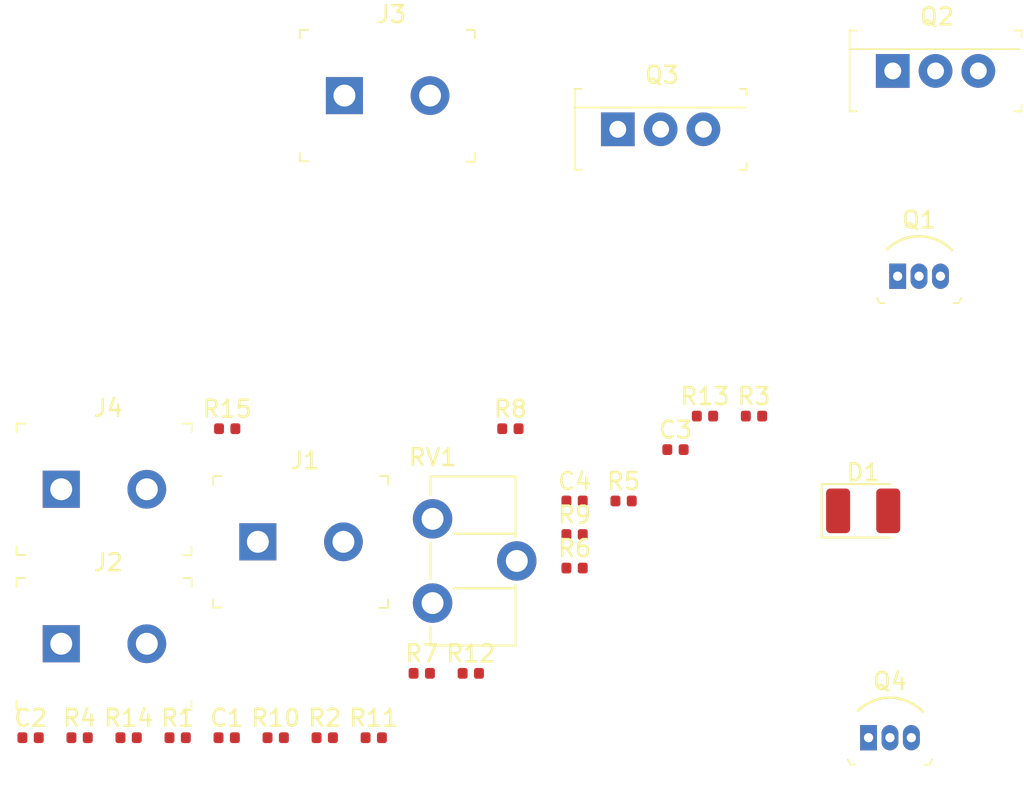
<source format=kicad_pcb>
(kicad_pcb (version 20200916) (generator pcbnew)

  (general
    (thickness 1.6)
  )

  (paper "A4")
  (layers
    (0 "F.Cu" signal)
    (31 "B.Cu" signal)
    (32 "B.Adhes" user)
    (33 "F.Adhes" user)
    (34 "B.Paste" user)
    (35 "F.Paste" user)
    (36 "B.SilkS" user)
    (37 "F.SilkS" user)
    (38 "B.Mask" user)
    (39 "F.Mask" user)
    (40 "Dwgs.User" user)
    (41 "Cmts.User" user)
    (42 "Eco1.User" user)
    (43 "Eco2.User" user)
    (44 "Edge.Cuts" user)
    (45 "Margin" user)
    (46 "B.CrtYd" user)
    (47 "F.CrtYd" user)
    (48 "B.Fab" user)
    (49 "F.Fab" user)
  )

  (setup
    (pcbplotparams
      (layerselection 0x010fc_ffffffff)
      (usegerberextensions false)
      (usegerberattributes true)
      (usegerberadvancedattributes true)
      (creategerberjobfile true)
      (svguseinch false)
      (svgprecision 6)
      (excludeedgelayer true)
      (linewidth 0.100000)
      (plotframeref false)
      (viasonmask false)
      (mode 1)
      (useauxorigin false)
      (hpglpennumber 1)
      (hpglpenspeed 20)
      (hpglpendiameter 15.000000)
      (psnegative false)
      (psa4output false)
      (plotreference true)
      (plotvalue true)
      (plotinvisibletext false)
      (sketchpadsonfab false)
      (subtractmaskfromsilk false)
      (outputformat 1)
      (mirror false)
      (drillshape 1)
      (scaleselection 1)
      (outputdirectory "")
    )
  )


  (net 0 "")
  (net 1 "Net-(J1-Pad1)")
  (net 2 "VCC")
  (net 3 "Net-(C2-Pad2)")
  (net 4 "Net-(Q1-Pad2)")
  (net 5 "Net-(Q2-Pad3)")
  (net 6 "Net-(C2-Pad1)")
  (net 7 "Net-(Q2-Pad1)")
  (net 8 "Net-(C3-Pad2)")
  (net 9 "Net-(C3-Pad1)")
  (net 10 "Net-(Q3-Pad1)")
  (net 11 "GND")
  (net 12 "Net-(C4-Pad2)")
  (net 13 "Net-(C4-Pad1)")
  (net 14 "Net-(D1-Pad2)")
  (net 15 "Net-(Q4-Pad3)")
  (net 16 "Net-(R4-Pad1)")

  (module "Resistor_SMD:R_0402_1005Metric" (layer "F.Cu") (tedit 5B301BBD) (tstamp 01f69e8c-80c1-4e7e-b7ca-09346427bb38)
    (at 160.35 100.25)
    (descr "Resistor SMD 0402 (1005 Metric), square (rectangular) end terminal, IPC_7351 nominal, (Body size source: http://www.tortai-tech.com/upload/download/2011102023233369053.pdf), generated with kicad-footprint-generator")
    (tags "resistor")
    (property "Sheet file" "/home/ashish/Documents/KiCad/Nalson Pass Class A/AMP CAMP AMP 1.6/AMP CAMP AMP 1.6.kicad_sch")
    (property "Sheet name" "")
    (path "/8ab1b1a8-5c50-4649-a4f8-cecd9e132143")
    (attr smd)
    (fp_text reference "C4" (at 0 -1.17) (layer "F.SilkS")
      (effects (font (size 1 1) (thickness 0.15)))
      (tstamp aedee88b-ab03-442d-a0ba-764a3dc6102c)
    )
    (fp_text value "3300uf" (at 0 1.17) (layer "F.Fab")
      (effects (font (size 1 1) (thickness 0.15)))
      (tstamp 49250f9c-99c3-43bb-846a-80719ba3b36a)
    )
    (fp_text user "${REFERENCE}" (at 0 0) (layer "F.Fab")
      (effects (font (size 0.25 0.25) (thickness 0.04)))
      (tstamp 7ef555e0-3b2f-472a-a57a-f2b84ec82921)
    )
    (fp_line (start 0.93 0.47) (end -0.93 0.47) (layer "F.CrtYd") (width 0.05) (tstamp 7a45c2ac-5e4f-4a9c-aa3b-f20c72e0014e))
    (fp_line (start -0.93 -0.47) (end 0.93 -0.47) (layer "F.CrtYd") (width 0.05) (tstamp 89962a5e-34f5-4501-9dbf-9faf69e20919))
    (fp_line (start 0.93 -0.47) (end 0.93 0.47) (layer "F.CrtYd") (width 0.05) (tstamp b1687ef2-4f57-4e2e-b8c0-19a28e4224f4))
    (fp_line (start -0.93 0.47) (end -0.93 -0.47) (layer "F.CrtYd") (width 0.05) (tstamp c8660fbe-e95d-4728-bed5-ce257561d547))
    (fp_line (start 0.5 0.25) (end -0.5 0.25) (layer "F.Fab") (width 0.1) (tstamp 19e4c552-4b01-4196-8766-44b7536cc3a1))
    (fp_line (start 0.5 -0.25) (end 0.5 0.25) (layer "F.Fab") (width 0.1) (tstamp 50b4cb00-ff69-47e2-99b0-0c52deb2a079))
    (fp_line (start -0.5 -0.25) (end 0.5 -0.25) (layer "F.Fab") (width 0.1) (tstamp a6e6b3d9-c39a-4ccb-9de3-529496bbd165))
    (fp_line (start -0.5 0.25) (end -0.5 -0.25) (layer "F.Fab") (width 0.1) (tstamp fa3135da-1f9e-4931-9264-f640c09f6b7b))
    (pad "1" smd roundrect (at -0.485 0) (size 0.59 0.64) (layers "F.Cu" "F.Paste" "F.Mask") (roundrect_rratio 0.25)
      (net 13 "Net-(C4-Pad1)") (tstamp 34c01219-489a-4581-9ee5-c55bff7e4081))
    (pad "2" smd roundrect (at 0.485 0) (size 0.59 0.64) (layers "F.Cu" "F.Paste" "F.Mask") (roundrect_rratio 0.25)
      (net 12 "Net-(C4-Pad2)") (tstamp 65a9339b-802b-4cfc-b3db-1df0211db4b8))
    (model "${KISYS3DMOD}/Resistor_SMD.3dshapes/R_0402_1005Metric.wrl"
      (offset (xyz 0 0 0))
      (scale (xyz 1 1 1))
      (rotate (xyz 0 0 0))
    )
  )

  (module "digikey-footprints:Term_Block_1x2_P5.08MM" (layer "F.Cu") (tedit 5D4199A2) (tstamp 08fcbe72-20d2-44ab-84e0-0c100b49309e)
    (at 146.69 76.186534)
    (descr "http://www.on-shore.com/wp-content/uploads/2015/09/osttcxx2162.pdf")
    (property "Category" "Connectors, Interconnects")
    (property "DK_Datasheet_Link" "http://www.on-shore.com/wp-content/uploads/OSTTCXX2162.pdf")
    (property "DK_Detail_Page" "/product-detail/en/on-shore-technology-inc/OSTTC022162/ED2609-ND/614558")
    (property "Description" "TERM BLK 2P SIDE ENT 5.08MM PCB")
    (property "Digi-Key_PN" "ED2609-ND")
    (property "Family" "Terminal Blocks - Wire to Board")
    (property "MPN" "OSTTC022162")
    (property "Manufacturer" "On Shore Technology Inc.")
    (property "Sheet file" "/home/ashish/Documents/KiCad/Nalson Pass Class A/AMP CAMP AMP 1.6/AMP CAMP AMP 1.6.kicad_sch")
    (property "Sheet name" "")
    (property "Status" "Active")
    (path "/f2a67015-500f-44a4-bfbd-801c5ad9e227")
    (attr through_hole)
    (fp_text reference "J3" (at 2.794 -4.826) (layer "F.SilkS")
      (effects (font (size 1 1) (thickness 0.15)))
      (tstamp a93e0135-6514-4303-80b5-1e9b0bb08439)
    )
    (fp_text value "Audio Input" (at 2.032 5.09) (layer "F.Fab")
      (effects (font (size 1 1) (thickness 0.15)))
      (tstamp b561f8f8-e03e-4e79-b677-63e05b3ee591)
    )
    (fp_line (start -2.65 -3.9) (end -2.15 -3.9) (layer "F.SilkS") (width 0.1) (tstamp 3fba3827-604e-48df-875f-60c1d9c113a3))
    (fp_line (start -2.65 -3.9) (end -2.65 -3.4) (layer "F.SilkS") (width 0.1) (tstamp 6519fed5-d537-47d4-9dea-c08556c56f42))
    (fp_line (start 7.728 3.42) (end 7.728 3.92) (layer "F.SilkS") (width 0.1) (tstamp 85dc7f67-bee3-4299-84b8-af0acd19711b))
    (fp_line (start -2.65 3.9) (end -2.15 3.9) (layer "F.SilkS") (width 0.1) (tstamp 94fb3690-5fe9-40ff-9307-05287ee666e8))
    (fp_line (start 7.738 -3.9) (end 7.238 -3.9) (layer "F.SilkS") (width 0.1) (tstamp ab2c22ce-e205-47b2-988b-489acbfe078d))
    (fp_line (start 7.738 -3.9) (end 7.738 -3.4) (layer "F.SilkS") (width 0.1) (tstamp b52e0d64-88dc-442b-a9b2-6e93c0863d10))
    (fp_line (start 7.728 3.92) (end 7.228 3.92) (layer "F.SilkS") (width 0.1) (tstamp b7956c99-e331-4d2f-9557-b2f78149cd02))
    (fp_line (start -2.65 3.4) (end -2.65 3.9) (layer "F.SilkS") (width 0.1) (tstamp ee0376ae-3c6c-4f57-9ad8-f31e640abca5))
    (fp_line (start 7.874 -4.064) (end -2.75 -4.05) (layer "F.CrtYd") (width 0.05) (tstamp 14d05692-d436-4239-97e8-758a2e6aad9c))
    (fp_line (start -2.75 -4.05) (end -2.75 4.05) (layer "F.CrtYd") (width 0.05) (tstamp 4a2a09b1-4160-4fa2-b74d-2894c572bb8b))
    (fp_line (start 7.874 4.064) (end -2.75 4.05) (layer "F.CrtYd") (width 0.05) (tstamp c8a7ac35-660d-4853-967e-70ee114ebd2e))
    (fp_line (start 7.874 -4.05) (end 7.874 4.05) (layer "F.CrtYd") (width 0.05) (tstamp d52a0af0-37c6-469d-a1ff-6cccc003e72b))
    (fp_line (start 7.62 -3.8) (end 7.62 3.8) (layer "F.Fab") (width 0.1) (tstamp 3496937e-ac39-46b4-8e81-888cd4a9179a))
    (fp_line (start -2.54 -3.8) (end -2.54 3.8) (layer "F.Fab") (width 0.1) (tstamp 5a3d84e5-c8e5-4a62-b277-a9e83c51cbd2))
    (fp_line (start -2.54 3.8) (end 7.62 3.8) (layer "F.Fab") (width 0.1) (tstamp 7e4c02eb-ccef-414d-a022-9245cb7c8e31))
    (fp_line (start -2.54 -3.8) (end 7.62 -3.8) (layer "F.Fab") (width 0.1) (tstamp a46105d4-ba92-4244-8b09-845604c78008))
    (pad "1" thru_hole rect (at 0 0) (size 2.2 2.2) (drill 1.3) (layers *.Cu *.Mask)
      (net 1 "Net-(J1-Pad1)") (tstamp 0352b706-3d76-4b1f-ba17-37cc8cf2d4f9))
    (pad "2" thru_hole circle (at 5.08 0) (size 2.3 2.3) (drill 1.3) (layers *.Cu *.Mask)
      (net 11 "GND") (tstamp b6c97f10-3fbf-4746-a427-3ed18005e921))
  )

  (module "Resistor_SMD:R_0402_1005Metric" (layer "F.Cu") (tedit 5B301BBD) (tstamp 10202b29-cea7-44fe-91a6-3e58c2684979)
    (at 160.35 104.23)
    (descr "Resistor SMD 0402 (1005 Metric), square (rectangular) end terminal, IPC_7351 nominal, (Body size source: http://www.tortai-tech.com/upload/download/2011102023233369053.pdf), generated with kicad-footprint-generator")
    (tags "resistor")
    (property "Sheet file" "/home/ashish/Documents/KiCad/Nalson Pass Class A/AMP CAMP AMP 1.6/AMP CAMP AMP 1.6.kicad_sch")
    (property "Sheet name" "")
    (path "/3a978b7f-9bd6-4b4f-ab6c-920e7e481ff4")
    (attr smd)
    (fp_text reference "R6" (at 0 -1.17) (layer "F.SilkS")
      (effects (font (size 1 1) (thickness 0.15)))
      (tstamp 29bc57de-be85-400e-9977-1107a490b76f)
    )
    (fp_text value "10k" (at 0 1.17) (layer "F.Fab")
      (effects (font (size 1 1) (thickness 0.15)))
      (tstamp b1091749-86f3-4fed-82ba-6867a0212b88)
    )
    (fp_text user "${REFERENCE}" (at 0 0) (layer "F.Fab")
      (effects (font (size 0.25 0.25) (thickness 0.04)))
      (tstamp 16a06b2c-fc40-4d1a-be1b-41c9da38df7f)
    )
    (fp_line (start -0.93 -0.47) (end 0.93 -0.47) (layer "F.CrtYd") (width 0.05) (tstamp 152e43f5-bc17-4383-99fc-91411fcb8653))
    (fp_line (start 0.93 0.47) (end -0.93 0.47) (layer "F.CrtYd") (width 0.05) (tstamp 8a172e81-80f4-4fd7-8c1b-87f9eb986993))
    (fp_line (start 0.93 -0.47) (end 0.93 0.47) (layer "F.CrtYd") (width 0.05) (tstamp c2fb69b5-9b4f-49ff-aa9e-4ed37888d9cd))
    (fp_line (start -0.93 0.47) (end -0.93 -0.47) (layer "F.CrtYd") (width 0.05) (tstamp d34105fd-0f96-46f6-ace9-063b651dc06c))
    (fp_line (start 0.5 0.25) (end -0.5 0.25) (layer "F.Fab") (width 0.1) (tstamp 58c9ea41-89ae-4113-81e9-c8e53b4aac9c))
    (fp_line (start -0.5 -0.25) (end 0.5 -0.25) (layer "F.Fab") (width 0.1) (tstamp 681a2270-0255-44ff-a6ca-fa52ee2323b6))
    (fp_line (start 0.5 -0.25) (end 0.5 0.25) (layer "F.Fab") (width 0.1) (tstamp c08ac6b1-019c-48e0-8728-0705a62dc8dd))
    (fp_line (start -0.5 0.25) (end -0.5 -0.25) (layer "F.Fab") (width 0.1) (tstamp f51975d8-97e9-4819-8727-6970f3d91dab))
    (pad "1" smd roundrect (at -0.485 0) (size 0.59 0.64) (layers "F.Cu" "F.Paste" "F.Mask") (roundrect_rratio 0.25)
      (net 9 "Net-(C3-Pad1)") (tstamp 09acd776-43c8-42dd-9e35-8d8d3ee4ec01))
    (pad "2" smd roundrect (at 0.485 0) (size 0.59 0.64) (layers "F.Cu" "F.Paste" "F.Mask") (roundrect_rratio 0.25)
      (net 2 "VCC") (tstamp cc8ca776-4457-43d2-bb63-d4ab910bb5e8))
    (model "${KISYS3DMOD}/Resistor_SMD.3dshapes/R_0402_1005Metric.wrl"
      (offset (xyz 0 0 0))
      (scale (xyz 1 1 1))
      (rotate (xyz 0 0 0))
    )
  )

  (module "digikey-footprints:Term_Block_1x2_P5.08MM" (layer "F.Cu") (tedit 5D4199A2) (tstamp 1bfcc3b4-7348-499c-be4d-8c38b136071c)
    (at 129.88 99.554)
    (descr "http://www.on-shore.com/wp-content/uploads/2015/09/osttcxx2162.pdf")
    (property "Category" "Connectors, Interconnects")
    (property "DK_Datasheet_Link" "http://www.on-shore.com/wp-content/uploads/OSTTCXX2162.pdf")
    (property "DK_Detail_Page" "/product-detail/en/on-shore-technology-inc/OSTTC022162/ED2609-ND/614558")
    (property "Description" "TERM BLK 2P SIDE ENT 5.08MM PCB")
    (property "Digi-Key_PN" "ED2609-ND")
    (property "Family" "Terminal Blocks - Wire to Board")
    (property "MPN" "OSTTC022162")
    (property "Manufacturer" "On Shore Technology Inc.")
    (property "Sheet file" "/home/ashish/Documents/KiCad/Nalson Pass Class A/AMP CAMP AMP 1.6/AMP CAMP AMP 1.6.kicad_sch")
    (property "Sheet name" "")
    (property "Status" "Active")
    (path "/c4723112-ee3b-478a-b719-41bf598ead8c")
    (attr through_hole)
    (fp_text reference "J4" (at 2.794 -4.826) (layer "F.SilkS")
      (effects (font (size 1 1) (thickness 0.15)))
      (tstamp 600e8a83-7de5-4a19-b267-a7a76063fa2a)
    )
    (fp_text value "Audio out " (at 2.032 5.09) (layer "F.Fab")
      (effects (font (size 1 1) (thickness 0.15)))
      (tstamp e76f1bcd-4d74-43c0-8b6b-7056a0e31525)
    )
    (fp_line (start 7.738 -3.9) (end 7.238 -3.9) (layer "F.SilkS") (width 0.1) (tstamp 06f02229-cea0-48d1-b401-43783af15994))
    (fp_line (start -2.65 3.4) (end -2.65 3.9) (layer "F.SilkS") (width 0.1) (tstamp 085986b2-cc3b-4e71-b872-8d3789e7a09d))
    (fp_line (start 7.738 -3.9) (end 7.738 -3.4) (layer "F.SilkS") (width 0.1) (tstamp 336bb41d-0a0e-4fb8-b210-4a0b2e2d9b4d))
    (fp_line (start -2.65 -3.9) (end -2.15 -3.9) (layer "F.SilkS") (width 0.1) (tstamp 423d88f5-5dc0-4ce7-a066-684cc7e561ba))
    (fp_line (start -2.65 3.9) (end -2.15 3.9) (layer "F.SilkS") (width 0.1) (tstamp 5a19169a-0f44-4a28-b164-a00adf13a7be))
    (fp_line (start -2.65 -3.9) (end -2.65 -3.4) (layer "F.SilkS") (width 0.1) (tstamp 9c0c1175-6fc1-41bf-8160-d27fa19461e9))
    (fp_line (start 7.728 3.92) (end 7.228 3.92) (layer "F.SilkS") (width 0.1) (tstamp b68e51bb-ef43-4bb6-a324-91cd2534aae5))
    (fp_line (start 7.728 3.42) (end 7.728 3.92) (layer "F.SilkS") (width 0.1) (tstamp bc083c3d-a91c-4089-9cd7-54abe6845788))
    (fp_line (start 7.874 -4.05) (end 7.874 4.05) (layer "F.CrtYd") (width 0.05) (tstamp 49a3bc42-a1dd-4d18-8714-1564f3f8a038))
    (fp_line (start 7.874 -4.064) (end -2.75 -4.05) (layer "F.CrtYd") (width 0.05) (tstamp 74c75b11-b163-4eff-927b-c467f09f5f76))
    (fp_line (start 7.874 4.064) (end -2.75 4.05) (layer "F.CrtYd") (width 0.05) (tstamp a6a66157-808c-41f2-b17b-59dd8ccfc732))
    (fp_line (start -2.75 -4.05) (end -2.75 4.05) (layer "F.CrtYd") (width 0.05) (tstamp b8aa5ee4-7529-4e5a-8d08-a75f20460a41))
    (fp_line (start 7.62 -3.8) (end 7.62 3.8) (layer "F.Fab") (width 0.1) (tstamp 0ef5dca7-fb1d-4826-8789-95a00f9844f6))
    (fp_line (start -2.54 -3.8) (end 7.62 -3.8) (layer "F.Fab") (width 0.1) (tstamp 68592644-3e0d-45cf-aa4a-75a4827aef25))
    (fp_line (start -2.54 3.8) (end 7.62 3.8) (layer "F.Fab") (width 0.1) (tstamp c352c98d-01d2-4b41-9e01-bb290066583c))
    (fp_line (start -2.54 -3.8) (end -2.54 3.8) (layer "F.Fab") (width 0.1) (tstamp defc4763-51d2-458a-bc16-f27675f67cbd))
    (pad "1" thru_hole rect (at 0 0) (size 2.2 2.2) (drill 1.3) (layers *.Cu *.Mask)
      (net 11 "GND") (tstamp 27c293eb-cbaa-45e5-a4db-4f5b358af479))
    (pad "2" thru_hole circle (at 5.08 0) (size 2.3 2.3) (drill 1.3) (layers *.Cu *.Mask)
      (net 12 "Net-(C4-Pad2)") (tstamp 96bf8c7b-7f34-4234-aaf2-f479575381b9))
  )

  (module "digikey-footprints:TO-220-3" (layer "F.Cu") (tedit 5AFA02CB) (tstamp 1f0df88d-3ece-4231-a46c-a40545cbbf20)
    (at 162.916457 78.186079)
    (descr "http://www.st.com/content/ccc/resource/technical/document/datasheet/f9/ed/f5/44/26/b9/43/a4/CD00000911.pdf/files/CD00000911.pdf/jcr:content/translations/en.CD00000911.pdf")
    (property "Category" "Discrete Semiconductor Products")
    (property "DK_Datasheet_Link" "https://www.infineon.com/dgdl/irf540npbf.pdf?fileId=5546d462533600a4015355e39f0d19a1")
    (property "DK_Detail_Page" "/product-detail/en/infineon-technologies/IRF540NPBF/IRF540NPBF-ND/811869")
    (property "Description" "MOSFET N-CH 100V 33A TO-220AB")
    (property "Digi-Key_PN" "IRF540NPBF-ND")
    (property "Family" "Transistors - FETs, MOSFETs - Single")
    (property "MPN" "IRF540NPBF")
    (property "Manufacturer" "Infineon Technologies")
    (property "Sheet file" "/home/ashish/Documents/KiCad/Nalson Pass Class A/AMP CAMP AMP 1.6/AMP CAMP AMP 1.6.kicad_sch")
    (property "Sheet name" "")
    (property "Status" "Active")
    (path "/91dc70ca-5ff6-4f31-a889-3b3e08bc8dd0")
    (attr through_hole)
    (fp_text reference "Q3" (at 2.62 -3.22) (layer "F.SilkS")
      (effects (font (size 1 1) (thickness 0.15)))
      (tstamp c98b4517-85cd-42a4-9bb5-f712c67a8634)
    )
    (fp_text value "IRF540NPBF" (at 2.27 3.63) (layer "F.Fab")
      (effects (font (size 1 1) (thickness 0.15)))
      (tstamp 860dc911-ab46-4ecc-b11a-bcd236cc3715)
    )
    (fp_text user "${REFERENCE}" (at 2.52 -0.01) (layer "F.Fab")
      (effects (font (size 1 1) (thickness 0.15)))
      (tstamp d17eedfa-88a2-418c-9ad8-bf69c6e3a8b5)
    )
    (fp_line (start -2.56 -2.4) (end -2.16 -2.4) (layer "F.SilkS") (width 0.1) (tstamp 1ebe0952-e8a5-438a-a42b-5f2b3c752c1d))
    (fp_line (start -2.56 -2.4) (end -2.56 -2) (layer "F.SilkS") (width 0.1) (tstamp 204f30c2-7452-4455-a929-697ecedcac27))
    (fp_line (start 7.64 2.4) (end 7.64 2) (layer "F.SilkS") (width 0.1) (tstamp 39faab14-9664-4fc4-a238-97dc43db8a9a))
    (fp_line (start 7.24 -2.4) (end 7.64 -2.4) (layer "F.SilkS") (width 0.1) (tstamp 515a6833-6a57-459b-9785-c60f936f1d66))
    (fp_line (start -2.56 2.4) (end -2.56 -2) (layer "F.SilkS") (width 0.1) (tstamp 74826e7a-05bc-4660-b458-82d967e9f3f5))
    (fp_line (start 7.64 -2.4) (end 7.64 -2) (layer "F.SilkS") (width 0.1) (tstamp 791018f0-f17c-4fe5-ace9-005c24d0fc84))
    (fp_line (start -2.56 -1.29) (end 7.54 -1.29) (layer "F.SilkS") (width 0.1) (tstamp ac190691-3428-4510-9a3f-171f5e2c574b))
    (fp_line (start -2.56 2.4) (end -2.16 2.4) (layer "F.SilkS") (width 0.1) (tstamp b23daf11-ab15-4af9-926d-351f68e888f7))
    (fp_line (start 7.64 2.4) (end 7.24 2.4) (layer "F.SilkS") (width 0.1) (tstamp f965ff48-8af7-4153-9175-dd3d2c8f4c90))
    (fp_line (start -2.71 -2.5) (end 7.79 -2.5) (layer "F.CrtYd") (width 0.05) (tstamp 6990d216-1b44-4588-a61a-47b3b08f6780))
    (fp_line (start -2.71 2.5) (end 7.79 2.5) (layer "F.CrtYd") (width 0.05) (tstamp 91ef5943-4af6-4cff-92c5-2d513e59a725))
    (fp_line (start -2.71 -2.5) (end -2.71 2.5) (layer "F.CrtYd") (width 0.05) (tstamp a482e73d-8373-4f6c-87f8-56802f7062ca))
    (fp_line (start 7.79 -2.5) (end 7.79 2.5) (layer "F.CrtYd") (width 0.05) (tstamp c888107f-40a7-4964-9205-8416d89cac96))
    (fp_line (start -2.46 -2.25) (end 7.54 -2.25) (layer "F.Fab") (width 0.1) (tstamp 17fe611a-61c4-4b34-891d-ae8bb0dbbab1))
    (fp_line (start -2.45 -1.3) (end 7.54 -1.3) (layer "F.Fab") (width 0.1) (tstamp 6b89152b-d3eb-4d3b-a5ac-8ccde8c92ee0))
    (fp_line (start -2.46 -2.25) (end -2.46 2.25) (layer "F.Fab") (width 0.1) (tstamp 8378ba6d-50ca-40f2-b14a-a850fdc68a48))
    (fp_line (start 7.54 2.25) (end 7.54 -2.25) (layer "F.Fab") (width 0.1) (tstamp 9f79e610-8ffa-449d-acb8-79c4fa34cefb))
    (fp_line (start -2.46 2.25) (end 7.54 2.25) (layer "F.Fab") (width 0.1) (tstamp ee7c2e41-4aac-4ccb-a531-36e60ec98145))
    (pad "1" thru_hole rect (at 0 0) (size 2 2) (drill 1) (layers *.Cu *.Mask)
      (net 10 "Net-(Q3-Pad1)") (pinfunction "G") (tstamp 79363efb-374f-423f-a924-f33bcecec208))
    (pad "2" thru_hole circle (at 2.54 0) (size 2 2) (drill 1) (layers *.Cu *.Mask)
      (net 8 "Net-(C3-Pad2)") (pinfunction "D") (tstamp 35ebebd5-1e3f-4f73-b596-c8c9df9c1012))
    (pad "3" thru_hole circle (at 5.08 0) (size 2 2) (drill 1) (layers *.Cu *.Mask)
      (net 11 "GND") (pinfunction "S") (tstamp 4f2a8aa1-1e9c-43fe-ada6-00424b27c06b))
  )

  (module "Resistor_SMD:R_0402_1005Metric" (layer "F.Cu") (tedit 5B301BBD) (tstamp 20b38a73-447f-4b73-92de-08088141fbad)
    (at 171 95.21)
    (descr "Resistor SMD 0402 (1005 Metric), square (rectangular) end terminal, IPC_7351 nominal, (Body size source: http://www.tortai-tech.com/upload/download/2011102023233369053.pdf), generated with kicad-footprint-generator")
    (tags "resistor")
    (property "Sheet file" "/home/ashish/Documents/KiCad/Nalson Pass Class A/AMP CAMP AMP 1.6/AMP CAMP AMP 1.6.kicad_sch")
    (property "Sheet name" "")
    (path "/12149919-6221-4ac1-8b9f-e09a2ba897be")
    (attr smd)
    (fp_text reference "R3" (at 0 -1.17) (layer "F.SilkS")
      (effects (font (size 1 1) (thickness 0.15)))
      (tstamp f8e7859d-886a-4d46-abe4-9dc7bc6535a9)
    )
    (fp_text value "10k" (at 0 1.17) (layer "F.Fab")
      (effects (font (size 1 1) (thickness 0.15)))
      (tstamp e9412b0b-2ee0-4e4d-b88e-564d403afae8)
    )
    (fp_text user "${REFERENCE}" (at 0 0) (layer "F.Fab")
      (effects (font (size 0.25 0.25) (thickness 0.04)))
      (tstamp 58e80b5d-c698-4e99-b6d3-22d29346cd65)
    )
    (fp_line (start -0.93 -0.47) (end 0.93 -0.47) (layer "F.CrtYd") (width 0.05) (tstamp 3bb3d890-4825-4492-aa1e-002a5b545017))
    (fp_line (start 0.93 0.47) (end -0.93 0.47) (layer "F.CrtYd") (width 0.05) (tstamp 5ad67983-c1c2-47a6-a103-dd173a7d9f42))
    (fp_line (start 0.93 -0.47) (end 0.93 0.47) (layer "F.CrtYd") (width 0.05) (tstamp ca55e43d-99eb-4e79-92e1-b22cae3a4430))
    (fp_line (start -0.93 0.47) (end -0.93 -0.47) (layer "F.CrtYd") (width 0.05) (tstamp cd08dfc3-509e-4e94-84ab-97827211427e))
    (fp_line (start -0.5 -0.25) (end 0.5 -0.25) (layer "F.Fab") (width 0.1) (tstamp 35aba073-1f61-4c7b-a277-b8b9a0e94b03))
    (fp_line (start 0.5 -0.25) (end 0.5 0.25) (layer "F.Fab") (width 0.1) (tstamp 5baeb5b5-3df7-44fd-a0c7-b0e5e070c7d5))
    (fp_line (start -0.5 0.25) (end -0.5 -0.25) (layer "F.Fab") (width 0.1) (tstamp 9e89d143-29d7-4d57-b1e7-4b6464e9919b))
    (fp_line (start 0.5 0.25) (end -0.5 0.25) (layer "F.Fab") (width 0.1) (tstamp cbfec30d-1fac-4790-b758-7d526f6f5179))
    (pad "1" smd roundrect (at -0.485 0) (size 0.59 0.64) (layers "F.Cu" "F.Paste" "F.Mask") (roundrect_rratio 0.25)
      (net 14 "Net-(D1-Pad2)") (tstamp 05ca58f1-66f8-4830-a9dd-2c1216574671))
    (pad "2" smd roundrect (at 0.485 0) (size 0.59 0.64) (layers "F.Cu" "F.Paste" "F.Mask") (roundrect_rratio 0.25)
      (net 2 "VCC") (tstamp 150851c6-16e3-4563-8f3f-ba493bcc86b9))
    (model "${KISYS3DMOD}/Resistor_SMD.3dshapes/R_0402_1005Metric.wrl"
      (offset (xyz 0 0 0))
      (scale (xyz 1 1 1))
      (rotate (xyz 0 0 0))
    )
  )

  (module "Resistor_SMD:R_0402_1005Metric" (layer "F.Cu") (tedit 5B301BBD) (tstamp 212e6386-5470-4c04-858a-08feee52b5f9)
    (at 139.7 114.3)
    (descr "Resistor SMD 0402 (1005 Metric), square (rectangular) end terminal, IPC_7351 nominal, (Body size source: http://www.tortai-tech.com/upload/download/2011102023233369053.pdf), generated with kicad-footprint-generator")
    (tags "resistor")
    (property "Sheet file" "/home/ashish/Documents/KiCad/Nalson Pass Class A/AMP CAMP AMP 1.6/AMP CAMP AMP 1.6.kicad_sch")
    (property "Sheet name" "")
    (path "/fa658765-ec1e-435a-99cb-ca9c971637b2")
    (attr smd)
    (fp_text reference "C1" (at 0 -1.17) (layer "F.SilkS")
      (effects (font (size 1 1) (thickness 0.15)))
      (tstamp 07983f29-a574-449f-b159-00bfac098fe2)
    )
    (fp_text value "10uf" (at 0 1.17) (layer "F.Fab")
      (effects (font (size 1 1) (thickness 0.15)))
      (tstamp d45d9a93-7b7e-4737-8f66-85dfefdb64af)
    )
    (fp_text user "${REFERENCE}" (at 0 0) (layer "F.Fab")
      (effects (font (size 0.25 0.25) (thickness 0.04)))
      (tstamp e8d0619a-8687-4d01-93cc-389c3d1f3d94)
    )
    (fp_line (start -0.93 -0.47) (end 0.93 -0.47) (layer "F.CrtYd") (width 0.05) (tstamp 7aa0a667-36fa-48ea-94c3-6435cee85160))
    (fp_line (start -0.93 0.47) (end -0.93 -0.47) (layer "F.CrtYd") (width 0.05) (tstamp c148fefc-cf09-459f-902d-f94725840f3b))
    (fp_line (start 0.93 0.47) (end -0.93 0.47) (layer "F.CrtYd") (width 0.05) (tstamp c4cf198c-014c-43b9-9c75-df5bd31e9d45))
    (fp_line (start 0.93 -0.47) (end 0.93 0.47) (layer "F.CrtYd") (width 0.05) (tstamp e79d3256-c1e0-47dd-ad26-179569af71d8))
    (fp_line (start -0.5 -0.25) (end 0.5 -0.25) (layer "F.Fab") (width 0.1) (tstamp 367e4bf0-3f6f-4743-817c-acd39f2255c9))
    (fp_line (start 0.5 0.25) (end -0.5 0.25) (layer "F.Fab") (width 0.1) (tstamp 60f5e1d0-45cd-486b-830f-0cf613a14f5e))
    (fp_line (start 0.5 -0.25) (end 0.5 0.25) (layer "F.Fab") (width 0.1) (tstamp ac3d6c00-3378-41e5-8957-c2ee922734e6))
    (fp_line (start -0.5 0.25) (end -0.5 -0.25) (layer "F.Fab") (width 0.1) (tstamp f93f27d3-1cc9-476b-943d-779a01058b8d))
    (pad "1" smd roundrect (at -0.485 0) (size 0.59 0.64) (layers "F.Cu" "F.Paste" "F.Mask") (roundrect_rratio 0.25)
      (net 2 "VCC") (tstamp d9f1e47b-d844-43b7-8d5c-19c3f4e45cfe))
    (pad "2" smd roundrect (at 0.485 0) (size 0.59 0.64) (layers "F.Cu" "F.Paste" "F.Mask") (roundrect_rratio 0.25)
      (net 11 "GND") (tstamp b7d043eb-c106-433f-b2ac-9f68a1db3981))
    (model "${KISYS3DMOD}/Resistor_SMD.3dshapes/R_0402_1005Metric.wrl"
      (offset (xyz 0 0 0))
      (scale (xyz 1 1 1))
      (rotate (xyz 0 0 0))
    )
  )

  (module "Resistor_SMD:R_0402_1005Metric" (layer "F.Cu") (tedit 5B301BBD) (tstamp 24266376-7b9c-410a-9171-a1b04f41727a)
    (at 163.26 100.25)
    (descr "Resistor SMD 0402 (1005 Metric), square (rectangular) end terminal, IPC_7351 nominal, (Body size source: http://www.tortai-tech.com/upload/download/2011102023233369053.pdf), generated with kicad-footprint-generator")
    (tags "resistor")
    (property "Sheet file" "/home/ashish/Documents/KiCad/Nalson Pass Class A/AMP CAMP AMP 1.6/AMP CAMP AMP 1.6.kicad_sch")
    (property "Sheet name" "")
    (path "/2a7adce8-75db-4d5b-9565-59e2b6d9b740")
    (attr smd)
    (fp_text reference "R5" (at 0 -1.17) (layer "F.SilkS")
      (effects (font (size 1 1) (thickness 0.15)))
      (tstamp debb6008-af85-4b25-b5d3-86c0a678e7c5)
    )
    (fp_text value "1k" (at 0 1.17) (layer "F.Fab")
      (effects (font (size 1 1) (thickness 0.15)))
      (tstamp a5d450bb-daf9-4f40-898d-be9bf4dfbcea)
    )
    (fp_text user "${REFERENCE}" (at 0 0) (layer "F.Fab")
      (effects (font (size 0.25 0.25) (thickness 0.04)))
      (tstamp ddc1a9c7-d11b-4280-926c-b518749b5792)
    )
    (fp_line (start 0.93 -0.47) (end 0.93 0.47) (layer "F.CrtYd") (width 0.05) (tstamp 4aa43f00-730d-4c62-9790-48bbed81b8d6))
    (fp_line (start 0.93 0.47) (end -0.93 0.47) (layer "F.CrtYd") (width 0.05) (tstamp 7dd9f1c1-f390-433e-ae5d-a6f89ffb52bf))
    (fp_line (start -0.93 0.47) (end -0.93 -0.47) (layer "F.CrtYd") (width 0.05) (tstamp 81109335-6c96-4c35-8275-c60e394125cc))
    (fp_line (start -0.93 -0.47) (end 0.93 -0.47) (layer "F.CrtYd") (width 0.05) (tstamp de116bd8-ede4-4010-8843-ea3942a7d29f))
    (fp_line (start 0.5 0.25) (end -0.5 0.25) (layer "F.Fab") (width 0.1) (tstamp 24d171d0-fc74-4bb1-b061-d41e9a13673f))
    (fp_line (start 0.5 -0.25) (end 0.5 0.25) (layer "F.Fab") (width 0.1) (tstamp a17a3abc-41c3-4b1a-bc2f-12f77210233d))
    (fp_line (start -0.5 0.25) (end -0.5 -0.25) (layer "F.Fab") (width 0.1) (tstamp b542a653-d282-4ce3-a663-aaf7fc7d0d90))
    (fp_line (start -0.5 -0.25) (end 0.5 -0.25) (layer "F.Fab") (width 0.1) (tstamp fb714b92-6eb3-4057-a7e7-4fe2cd1e2355))
    (pad "1" smd roundrect (at -0.485 0) (size 0.59 0.64) (layers "F.Cu" "F.Paste" "F.Mask") (roundrect_rratio 0.25)
      (net 11 "GND") (tstamp 6ab3bd5b-adab-41c3-a71a-5a063db72a87))
    (pad "2" smd roundrect (at 0.485 0) (size 0.59 0.64) (layers "F.Cu" "F.Paste" "F.Mask") (roundrect_rratio 0.25)
      (net 15 "Net-(Q4-Pad3)") (tstamp cab52fb7-ce5a-45ec-a917-c6e10914e12d))
    (model "${KISYS3DMOD}/Resistor_SMD.3dshapes/R_0402_1005Metric.wrl"
      (offset (xyz 0 0 0))
      (scale (xyz 1 1 1))
      (rotate (xyz 0 0 0))
    )
  )

  (module "digikey-footprints:TO-92-3" (layer "F.Cu") (tedit 5AF9CDD1) (tstamp 264c540c-0b1d-4511-9034-741c119d925f)
    (at 179.527468 86.909369)
    (descr "http://www.ti.com/lit/ds/symlink/tl431a.pdf")
    (property "Category" "Discrete Semiconductor Products")
    (property "DK_Datasheet_Link" "https://www.diodes.com/assets/Datasheets/ZTX450.pdf")
    (property "DK_Detail_Page" "/product-detail/en/diodes-incorporated/ZTX450/ZTX450-ND/92530")
    (property "Description" "TRANS NPN 45V 1A E-LINE")
    (property "Digi-Key_PN" "ZTX450-ND")
    (property "Family" "Transistors - Bipolar (BJT) - Single")
    (property "MPN" "ZTX450")
    (property "Manufacturer" "Diodes Incorporated")
    (property "Sheet file" "/home/ashish/Documents/KiCad/Nalson Pass Class A/AMP CAMP AMP 1.6/AMP CAMP AMP 1.6.kicad_sch")
    (property "Sheet name" "")
    (property "Status" "Active")
    (path "/50c35265-2dcf-4cf3-b570-6a7fa518cc1f")
    (attr through_hole)
    (fp_text reference "Q1" (at 1.27 -3.35) (layer "F.SilkS")
      (effects (font (size 1 1) (thickness 0.15)))
      (tstamp 6d8f3199-d70b-42ae-8538-c42a103222c9)
    )
    (fp_text value "ZTX450" (at 1.27 2.5) (layer "F.Fab")
      (effects (font (size 1 1) (thickness 0.15)))
      (tstamp e71b2a86-c46d-40f6-8696-50ec1f90e085)
    )
    (fp_text user "${REFERENCE}" (at 1.27 -1.25 180) (layer "F.Fab")
      (effects (font (size 0.75 0.75) (thickness 0.15)))
      (tstamp 90fe5f21-72cd-4f15-9f15-8a964f6908b8)
    )
    (fp_line (start -1.08 1.6) (end -1.23 1.3) (layer "F.SilkS") (width 0.1) (tstamp a1e8d90b-fce9-480c-a05a-440c4f6d9301))
    (fp_line (start -0.78 1.6) (end -1.08 1.6) (layer "F.SilkS") (width 0.1) (tstamp ca08c5ba-8aae-4b34-a468-f7d371bee146))
    (fp_line (start 3.62 1.6) (end 3.77 1.3) (layer "F.SilkS") (width 0.1) (tstamp f6fdc4e3-d0d7-4cfa-95ec-37c0c2697d3c))
    (fp_line (start 3.62 1.6) (end 3.32 1.6) (layer "F.SilkS") (width 0.1) (tstamp f80e6302-4eb5-4c72-8901-6e40586322ce))
    (fp_arc (start 1.27 0.35) (end -0.63 -1.6) (angle 90) (layer "F.SilkS") (width 0.15) (tstamp 9c084f02-d6b6-41f0-aba4-c673fc167088))
    (fp_line (start 4.17 1.75) (end 4.17 -2.5) (layer "F.CrtYd") (width 0.05) (tstamp 325b8793-e95c-4444-84be-08eddabbda43))
    (fp_line (start -1.63 1.75) (end -1.63 -2.5) (layer "F.CrtYd") (width 0.05) (tstamp 47e43f93-344b-4f39-9451-e35d66f64f59))
    (fp_line (start -1.63 -2.5) (end 4.17 -2.5) (layer "F.CrtYd") (width 0.05) (tstamp 7f77aa97-4cf6-4831-9224-05118845ae13))
    (fp_line (start -1.63 1.75) (end 4.17 1.75) (layer "F.CrtYd") (width 0.05) (tstamp 88688a8f-9f03-47e0-93ca-e4595cbc4a56))
    (fp_line (start 3.57 1.5) (end -1.03 1.5) (layer "F.Fab") (width 0.15) (tstamp 15f3ba71-cd1e-490f-ad00-653e2cdd2d27))
    (fp_arc (start 1.27 0.3) (end -1.03 1.5) (angle 235) (layer "F.Fab") (width 0.15) (tstamp 278d458e-eb84-4e15-a811-2885f1c533be))
    (fp_arc (start 1.27 0.3) (end -1.33 0.3) (angle 90) (layer "F.Fab") (width 0.15) (tstamp 5e566fc1-7819-4883-8bb5-d7c0142e65b3))
    (pad "1" thru_hole rect (at 0 0 180) (size 1 1.5) (drill 0.55) (layers *.Cu *.Mask)
      (net 8 "Net-(C3-Pad2)") (pinfunction "E") (tstamp ab558097-882a-47a2-9bf9-7421a3dc0fe4))
    (pad "2" thru_hole oval (at 1.27 0 180) (size 1 1.5) (drill 0.55) (layers *.Cu *.Mask)
      (net 4 "Net-(Q1-Pad2)") (pinfunction "B") (tstamp 9a7dea89-1fa8-4752-b5e1-ce516c4ecee7))
    (pad "3" thru_hole oval (at 2.54 0 180) (size 1 1.5) (drill 0.55) (layers *.Cu *.Mask)
      (net 9 "Net-(C3-Pad1)") (pinfunction "C") (tstamp c42ea86f-cec7-4f89-8c7d-b0dc997052c1))
  )

  (module "Resistor_SMD:R_0402_1005Metric" (layer "F.Cu") (tedit 5B301BBD) (tstamp 275b639b-1b5b-4b4d-b354-784556e2065d)
    (at 148.43 114.3)
    (descr "Resistor SMD 0402 (1005 Metric), square (rectangular) end terminal, IPC_7351 nominal, (Body size source: http://www.tortai-tech.com/upload/download/2011102023233369053.pdf), generated with kicad-footprint-generator")
    (tags "resistor")
    (property "Sheet file" "/home/ashish/Documents/KiCad/Nalson Pass Class A/AMP CAMP AMP 1.6/AMP CAMP AMP 1.6.kicad_sch")
    (property "Sheet name" "")
    (path "/4bba61ff-2ac4-4314-be8e-77733786644b")
    (attr smd)
    (fp_text reference "R11" (at 0 -1.17) (layer "F.SilkS")
      (effects (font (size 1 1) (thickness 0.15)))
      (tstamp 4667dc0d-9f09-4e9e-89cc-d858a271382c)
    )
    (fp_text value "0.47 3w" (at 0 1.17) (layer "F.Fab")
      (effects (font (size 1 1) (thickness 0.15)))
      (tstamp 163a8d47-e0b7-4c1b-8842-b7ec8e84523b)
    )
    (fp_text user "${REFERENCE}" (at 0 0) (layer "F.Fab")
      (effects (font (size 0.25 0.25) (thickness 0.04)))
      (tstamp 4f7af9d2-9ccb-4fb5-88df-865de9831f39)
    )
    (fp_line (start 0.93 -0.47) (end 0.93 0.47) (layer "F.CrtYd") (width 0.05) (tstamp 0e7af2eb-89af-4a5d-81df-7b91d33f20bb))
    (fp_line (start 0.93 0.47) (end -0.93 0.47) (layer "F.CrtYd") (width 0.05) (tstamp b7e48da0-57df-4f9d-a448-646919115670))
    (fp_line (start -0.93 0.47) (end -0.93 -0.47) (layer "F.CrtYd") (width 0.05) (tstamp c2b5530e-f547-4218-8d82-302b5bc20c3f))
    (fp_line (start -0.93 -0.47) (end 0.93 -0.47) (layer "F.CrtYd") (width 0.05) (tstamp e978ca65-9b3a-4e72-bef0-de6cd6b193fd))
    (fp_line (start 0.5 0.25) (end -0.5 0.25) (layer "F.Fab") (width 0.1) (tstamp 0fad5586-4453-4d5d-94a8-102594d49948))
    (fp_line (start -0.5 -0.25) (end 0.5 -0.25) (layer "F.Fab") (width 0.1) (tstamp 3ff3ba2f-9ed1-41b4-ba68-3c4aec2e12a0))
    (fp_line (start 0.5 -0.25) (end 0.5 0.25) (layer "F.Fab") (width 0.1) (tstamp 53a7e3b8-0dba-4120-8271-665b360be6ff))
    (fp_line (start -0.5 0.25) (end -0.5 -0.25) (layer "F.Fab") (width 0.1) (tstamp c448fd96-9eb6-4382-abb9-d39bf9ae793e))
    (pad "1" smd roundrect (at -0.485 0) (size 0.59 0.64) (layers "F.Cu" "F.Paste" "F.Mask") (roundrect_rratio 0.25)
      (net 13 "Net-(C4-Pad1)") (tstamp 9e4c9916-1d33-4d64-ae03-4edfbc886352))
    (pad "2" smd roundrect (at 0.485 0) (size 0.59 0.64) (layers "F.Cu" "F.Paste" "F.Mask") (roundrect_rratio 0.25)
      (net 5 "Net-(Q2-Pad3)") (tstamp f4000836-3c64-4f96-997e-b18720ed6859))
    (model "${KISYS3DMOD}/Resistor_SMD.3dshapes/R_0402_1005Metric.wrl"
      (offset (xyz 0 0 0))
      (scale (xyz 1 1 1))
      (rotate (xyz 0 0 0))
    )
  )

  (module "Resistor_SMD:R_0402_1005Metric" (layer "F.Cu") (tedit 5B301BBD) (tstamp 2b34c5ba-4849-4a29-b808-e529bfae8072)
    (at 151.28 110.48)
    (descr "Resistor SMD 0402 (1005 Metric), square (rectangular) end terminal, IPC_7351 nominal, (Body size source: http://www.tortai-tech.com/upload/download/2011102023233369053.pdf), generated with kicad-footprint-generator")
    (tags "resistor")
    (property "Sheet file" "/home/ashish/Documents/KiCad/Nalson Pass Class A/AMP CAMP AMP 1.6/AMP CAMP AMP 1.6.kicad_sch")
    (property "Sheet name" "")
    (path "/8fa93bca-e564-4550-a003-4f53041d5d58")
    (attr smd)
    (fp_text reference "R7" (at 0 -1.17) (layer "F.SilkS")
      (effects (font (size 1 1) (thickness 0.15)))
      (tstamp 24d68a98-b0bc-402f-8912-61a231264285)
    )
    (fp_text value "100" (at 0 1.17) (layer "F.Fab")
      (effects (font (size 1 1) (thickness 0.15)))
      (tstamp 1f3f5522-dccb-4b4d-9915-68232b30b8ee)
    )
    (fp_text user "${REFERENCE}" (at 0 0) (layer "F.Fab")
      (effects (font (size 0.25 0.25) (thickness 0.04)))
      (tstamp 9071f97f-fdc6-45ba-9c4e-01e04ec3bf03)
    )
    (fp_line (start 0.93 -0.47) (end 0.93 0.47) (layer "F.CrtYd") (width 0.05) (tstamp 1c93782a-880a-42a8-a0ff-bd83de579e5d))
    (fp_line (start 0.93 0.47) (end -0.93 0.47) (layer "F.CrtYd") (width 0.05) (tstamp 250514f8-ebe7-499b-8493-173939d56913))
    (fp_line (start -0.93 -0.47) (end 0.93 -0.47) (layer "F.CrtYd") (width 0.05) (tstamp 968180cf-8610-4e0e-9ba2-bb06426dd59f))
    (fp_line (start -0.93 0.47) (end -0.93 -0.47) (layer "F.CrtYd") (width 0.05) (tstamp d6322c81-a00e-47b9-96dd-4bb64dbcbb67))
    (fp_line (start -0.5 -0.25) (end 0.5 -0.25) (layer "F.Fab") (width 0.1) (tstamp 32d267e3-e728-47dc-870b-0d0f2abd1e4e))
    (fp_line (start 0.5 -0.25) (end 0.5 0.25) (layer "F.Fab") (width 0.1) (tstamp 46c1b40c-821a-45f9-81d0-1d26ff88b322))
    (fp_line (start -0.5 0.25) (end -0.5 -0.25) (layer "F.Fab") (width 0.1) (tstamp 92eb6b5e-c437-41a3-a687-1d0c1b6a5c30))
    (fp_line (start 0.5 0.25) (end -0.5 0.25) (layer "F.Fab") (width 0.1) (tstamp de86436c-2c3c-4b25-a6f6-7cb8f9037866))
    (pad "1" smd roundrect (at -0.485 0) (size 0.59 0.64) (layers "F.Cu" "F.Paste" "F.Mask") (roundrect_rratio 0.25)
      (net 7 "Net-(Q2-Pad1)") (tstamp 83e5fbc0-6f7b-4d13-9a04-0dac8420852c))
    (pad "2" smd roundrect (at 0.485 0) (size 0.59 0.64) (layers "F.Cu" "F.Paste" "F.Mask") (roundrect_rratio 0.25)
      (net 9 "Net-(C3-Pad1)") (tstamp 2d81e31f-baf4-47fb-987f-de23c8774362))
    (model "${KISYS3DMOD}/Resistor_SMD.3dshapes/R_0402_1005Metric.wrl"
      (offset (xyz 0 0 0))
      (scale (xyz 1 1 1))
      (rotate (xyz 0 0 0))
    )
  )

  (module "digikey-footprints:TO-92-3" (layer "F.Cu") (tedit 5AF9CDD1) (tstamp 2ba67e07-a925-4661-a51e-8fb06520edd8)
    (at 177.8 114.3)
    (descr "http://www.ti.com/lit/ds/symlink/tl431a.pdf")
    (property "Field4" "None")
    (property "Field5" "Unavailable")
    (property "Field6" "None")
    (property "Field7" "2SK170")
    (property "Field8" "JFET TO-92 FET(LF),DISCON(07-10)/PHASE-OUT(10-04)/OBSOLETE(10-07),")
    (property "Sheet file" "/home/ashish/Documents/KiCad/Nalson Pass Class A/AMP CAMP AMP 1.6/AMP CAMP AMP 1.6.kicad_sch")
    (property "Sheet name" "")
    (path "/3d19b089-e16c-4fdf-a5f7-88702c4d493b")
    (attr through_hole)
    (fp_text reference "Q4" (at 1.27 -3.35) (layer "F.SilkS")
      (effects (font (size 1 1) (thickness 0.15)))
      (tstamp 28424b33-6ecd-4031-be7f-e1ae07577e13)
    )
    (fp_text value "2SK170" (at 1.27 2.5) (layer "F.Fab")
      (effects (font (size 1 1) (thickness 0.15)))
      (tstamp da73d952-a5ef-49ab-975a-8c1febfab6f1)
    )
    (fp_text user "${REFERENCE}" (at 1.27 -1.25 180) (layer "F.Fab")
      (effects (font (size 0.75 0.75) (thickness 0.15)))
      (tstamp ab428600-a288-4865-ba63-7c6c2944491c)
    )
    (fp_line (start 3.62 1.6) (end 3.32 1.6) (layer "F.SilkS") (width 0.1) (tstamp 1628c823-7414-45c7-b24b-ec97abf66c99))
    (fp_line (start 3.62 1.6) (end 3.77 1.3) (layer "F.SilkS") (width 0.1) (tstamp 4b241302-6d10-4f60-a419-7d46eb87748c))
    (fp_line (start -0.78 1.6) (end -1.08 1.6) (layer "F.SilkS") (width 0.1) (tstamp 79734ecb-d545-4083-a0ba-1e31b5d8f6fb))
    (fp_line (start -1.08 1.6) (end -1.23 1.3) (layer "F.SilkS") (width 0.1) (tstamp ac13dedf-f574-47c6-a426-e955cb399899))
    (fp_arc (start 1.27 0.35) (end -0.63 -1.6) (angle 90) (layer "F.SilkS") (width 0.15) (tstamp e2dc2098-0228-43f6-9990-d8a49cbfa693))
    (fp_line (start -1.63 -2.5) (end 4.17 -2.5) (layer "F.CrtYd") (width 0.05) (tstamp 06b75c78-708a-4b6f-8423-bee481be43f5))
    (fp_line (start -1.63 1.75) (end -1.63 -2.5) (layer "F.CrtYd") (width 0.05) (tstamp 4d6255be-fded-4795-8e06-3d9a54357c4e))
    (fp_line (start 4.17 1.75) (end 4.17 -2.5) (layer "F.CrtYd") (width 0.05) (tstamp a3de2224-f005-46c1-a83b-946f5100849f))
    (fp_line (start -1.63 1.75) (end 4.17 1.75) (layer "F.CrtYd") (width 0.05) (tstamp c731224e-e761-4f27-aafb-121b81e42fe7))
    (fp_line (start 3.57 1.5) (end -1.03 1.5) (layer "F.Fab") (width 0.15) (tstamp 10145395-03c7-4bfd-b7ce-83523c6ad924))
    (fp_arc (start 1.27 0.3) (end -1.03 1.5) (angle 235) (layer "F.Fab") (width 0.15) (tstamp 4588e773-c0c7-4d4b-879c-294ac407af08))
    (fp_arc (start 1.27 0.3) (end -1.33 0.3) (angle 90) (layer "F.Fab") (width 0.15) (tstamp cea1bf19-d68e-42c7-a6c5-94d0923f90a5))
    (pad "1" thru_hole rect (at 0 0 180) (size 1 1.5) (drill 0.55) (layers *.Cu *.Mask)
      (net 2 "VCC") (tstamp 0f565724-e5ed-4bb8-8dd0-71e1eb28934c))
    (pad "2" thru_hole oval (at 1.27 0 180) (size 1 1.5) (drill 0.55) (layers *.Cu *.Mask)
      (net 6 "Net-(C2-Pad1)") (tstamp ff8dbc35-4d46-4515-a644-08e89a367d62))
    (pad "3" thru_hole oval (at 2.54 0 180) (size 1 1.5) (drill 0.55) (layers *.Cu *.Mask)
      (net 15 "Net-(Q4-Pad3)") (tstamp 253a0d3f-a1df-4ab0-8061-a0b2ecce9822))
  )

  (module "Resistor_SMD:R_0402_1005Metric" (layer "F.Cu") (tedit 5B301BBD) (tstamp 3cea03e6-2171-4cba-b7b8-3b2ad9602158)
    (at 130.97 114.3)
    (descr "Resistor SMD 0402 (1005 Metric), square (rectangular) end terminal, IPC_7351 nominal, (Body size source: http://www.tortai-tech.com/upload/download/2011102023233369053.pdf), generated with kicad-footprint-generator")
    (tags "resistor")
    (property "Sheet file" "/home/ashish/Documents/KiCad/Nalson Pass Class A/AMP CAMP AMP 1.6/AMP CAMP AMP 1.6.kicad_sch")
    (property "Sheet name" "")
    (path "/ca69c57f-e413-4ea7-80fa-2d511ae25179")
    (attr smd)
    (fp_text reference "R4" (at 0 -1.17) (layer "F.SilkS")
      (effects (font (size 1 1) (thickness 0.15)))
      (tstamp e70a6492-0e7c-4f91-be5b-20feb793e7b8)
    )
    (fp_text value "332k" (at 0 1.17) (layer "F.Fab")
      (effects (font (size 1 1) (thickness 0.15)))
      (tstamp 6da84a0d-77bf-4f38-a71a-50adb388654e)
    )
    (fp_text user "${REFERENCE}" (at 0 0) (layer "F.Fab")
      (effects (font (size 0.25 0.25) (thickness 0.04)))
      (tstamp d81c3195-8523-4804-86cb-41e10c9b0d93)
    )
    (fp_line (start 0.93 -0.47) (end 0.93 0.47) (layer "F.CrtYd") (width 0.05) (tstamp 0428a681-73fd-4341-a31e-6041d05d11a9))
    (fp_line (start -0.93 -0.47) (end 0.93 -0.47) (layer "F.CrtYd") (width 0.05) (tstamp 348a9332-d2b1-4c42-879b-30dacb45bd2f))
    (fp_line (start -0.93 0.47) (end -0.93 -0.47) (layer "F.CrtYd") (width 0.05) (tstamp 9ea3d4e2-3518-4a57-8970-67684a9ebc57))
    (fp_line (start 0.93 0.47) (end -0.93 0.47) (layer "F.CrtYd") (width 0.05) (tstamp d7d8687e-1277-4032-a586-87fe885f0ff2))
    (fp_line (start 0.5 0.25) (end -0.5 0.25) (layer "F.Fab") (width 0.1) (tstamp 74460944-bc48-44c4-abe7-10326c80b7cc))
    (fp_line (start -0.5 0.25) (end -0.5 -0.25) (layer "F.Fab") (width 0.1) (tstamp b9b17d0d-3935-4e0f-a6d7-719dc522cff2))
    (fp_line (start 0.5 -0.25) (end 0.5 0.25) (layer "F.Fab") (width 0.1) (tstamp c5c6803d-00b4-4cc0-8774-58bd4f90abb7))
    (fp_line (start -0.5 -0.25) (end 0.5 -0.25) (layer "F.Fab") (width 0.1) (tstamp f1248dff-505e-4bf8-8312-7afe15d44a0a))
    (pad "1" smd roundrect (at -0.485 0) (size 0.59 0.64) (layers "F.Cu" "F.Paste" "F.Mask") (roundrect_rratio 0.25)
      (net 16 "Net-(R4-Pad1)") (tstamp 8f8f3f6d-24a6-466b-8e88-dceb84948070))
    (pad "2" smd roundrect (at 0.485 0) (size 0.59 0.64) (layers "F.Cu" "F.Paste" "F.Mask") (roundrect_rratio 0.25)
      (net 6 "Net-(C2-Pad1)") (tstamp ed8b31f5-5c0f-42e9-87e3-471b3da9bcb2))
    (model "${KISYS3DMOD}/Resistor_SMD.3dshapes/R_0402_1005Metric.wrl"
      (offset (xyz 0 0 0))
      (scale (xyz 1 1 1))
      (rotate (xyz 0 0 0))
    )
  )

  (module "Resistor_SMD:R_0402_1005Metric" (layer "F.Cu") (tedit 5B301BBD) (tstamp 3d470b6c-7ed9-4921-a33f-9a0d2a8ad05c)
    (at 133.88 114.3)
    (descr "Resistor SMD 0402 (1005 Metric), square (rectangular) end terminal, IPC_7351 nominal, (Body size source: http://www.tortai-tech.com/upload/download/2011102023233369053.pdf), generated with kicad-footprint-generator")
    (tags "resistor")
    (property "Sheet file" "/home/ashish/Documents/KiCad/Nalson Pass Class A/AMP CAMP AMP 1.6/AMP CAMP AMP 1.6.kicad_sch")
    (property "Sheet name" "")
    (path "/082ba583-b3e2-4832-a6b7-e14ba26e9afb")
    (attr smd)
    (fp_text reference "R14" (at 0 -1.17) (layer "F.SilkS")
      (effects (font (size 1 1) (thickness 0.15)))
      (tstamp 0559fb62-a77e-4267-91b5-2663f5944540)
    )
    (fp_text value "0.68 3w" (at 0 1.17) (layer "F.Fab")
      (effects (font (size 1 1) (thickness 0.15)))
      (tstamp 4bdea8bc-f395-4bd5-9d68-60c2b34f3dcd)
    )
    (fp_text user "${REFERENCE}" (at 0 0) (layer "F.Fab")
      (effects (font (size 0.25 0.25) (thickness 0.04)))
      (tstamp 58f7fda3-1046-4976-9a13-845ef362ac35)
    )
    (fp_line (start 0.93 0.47) (end -0.93 0.47) (layer "F.CrtYd") (width 0.05) (tstamp 0c907fd1-c65f-4e13-997d-8917053ecabf))
    (fp_line (start -0.93 -0.47) (end 0.93 -0.47) (layer "F.CrtYd") (width 0.05) (tstamp 1c57be99-6d9e-4b4f-90b9-c95c03b3b293))
    (fp_line (start -0.93 0.47) (end -0.93 -0.47) (layer "F.CrtYd") (width 0.05) (tstamp 6da91ae5-043e-4d56-a06e-fff955f0b0b6))
    (fp_line (start 0.93 -0.47) (end 0.93 0.47) (layer "F.CrtYd") (width 0.05) (tstamp b4138c64-44e6-476b-83c5-a51727603ce5))
    (fp_line (start -0.5 -0.25) (end 0.5 -0.25) (layer "F.Fab") (width 0.1) (tstamp 00860b58-0e95-43bd-bae0-0a4ffe0f8070))
    (fp_line (start 0.5 -0.25) (end 0.5 0.25) (layer "F.Fab") (width 0.1) (tstamp 054b8e44-5d9e-44f4-a444-fb217fe40b6e))
    (fp_line (start 0.5 0.25) (end -0.5 0.25) (layer "F.Fab") (width 0.1) (tstamp 17021a51-232b-4878-8111-e08a117dd6fa))
    (fp_line (start -0.5 0.25) (end -0.5 -0.25) (layer "F.Fab") (width 0.1) (tstamp 842a5330-2aeb-452d-b871-517c19521ac3))
    (pad "1" smd roundrect (at -0.485 0) (size 0.59 0.64) (layers "F.Cu" "F.Paste" "F.Mask") (roundrect_rratio 0.25)
      (net 8 "Net-(C3-Pad2)") (tstamp 64b6d0de-ca79-4883-8581-b18ae00a58fd))
    (pad "2" smd roundrect (at 0.485 0) (size 0.59 0.64) (layers "F.Cu" "F.Paste" "F.Mask") (roundrect_rratio 0.25)
      (net 13 "Net-(C4-Pad1)") (tstamp 0c06af33-6777-4718-93ff-92ce8fc30459))
    (model "${KISYS3DMOD}/Resistor_SMD.3dshapes/R_0402_1005Metric.wrl"
      (offset (xyz 0 0 0))
      (scale (xyz 1 1 1))
      (rotate (xyz 0 0 0))
    )
  )

  (module "Resistor_SMD:R_0402_1005Metric" (layer "F.Cu") (tedit 5B301BBD) (tstamp 41efb4d6-9373-4a61-840c-8a01bcb1e4a9)
    (at 128.06 114.3)
    (descr "Resistor SMD 0402 (1005 Metric), square (rectangular) end terminal, IPC_7351 nominal, (Body size source: http://www.tortai-tech.com/upload/download/2011102023233369053.pdf), generated with kicad-footprint-generator")
    (tags "resistor")
    (property "Sheet file" "/home/ashish/Documents/KiCad/Nalson Pass Class A/AMP CAMP AMP 1.6/AMP CAMP AMP 1.6.kicad_sch")
    (property "Sheet name" "")
    (path "/f622b0a6-3376-421c-a731-d636010291ff")
    (attr smd)
    (fp_text reference "C2" (at 0 -1.17) (layer "F.SilkS")
      (effects (font (size 1 1) (thickness 0.15)))
      (tstamp 6f96df33-48c7-4565-a220-611cf63f7c6c)
    )
    (fp_text value "10uf" (at 0 1.17) (layer "F.Fab")
      (effects (font (size 1 1) (thickness 0.15)))
      (tstamp 233e77ce-2398-42ec-9d66-9fefacf59128)
    )
    (fp_text user "${REFERENCE}" (at 0 0) (layer "F.Fab")
      (effects (font (size 0.25 0.25) (thickness 0.04)))
      (tstamp 85c2b79d-c65e-41d7-ab87-dae9507de9c4)
    )
    (fp_line (start -0.93 0.47) (end -0.93 -0.47) (layer "F.CrtYd") (width 0.05) (tstamp c2d3ad29-a403-4ce0-95ef-5ada7a71ccb0))
    (fp_line (start 0.93 -0.47) (end 0.93 0.47) (layer "F.CrtYd") (width 0.05) (tstamp f192ac03-4ea0-4124-9919-0698c9cb993a))
    (fp_line (start 0.93 0.47) (end -0.93 0.47) (layer "F.CrtYd") (width 0.05) (tstamp fa30b3f7-251b-4794-88f7-5f80d9a2d2ba))
    (fp_line (start -0.93 -0.47) (end 0.93 -0.47) (layer "F.CrtYd") (width 0.05) (tstamp ff55b4ad-74b0-4ed7-932a-d26f0960c511))
    (fp_line (start 0.5 0.25) (end -0.5 0.25) (layer "F.Fab") (width 0.1) (tstamp 2a307f77-9d96-4d88-be62-ea0f46aca74e))
    (fp_line (start 0.5 -0.25) (end 0.5 0.25) (layer "F.Fab") (width 0.1) (tstamp 2cf4ec35-b1ce-41ba-a5e1-4834c7763c91))
    (fp_line (start -0.5 -0.25) (end 0.5 -0.25) (layer "F.Fab") (width 0.1) (tstamp 57947a01-f8ae-4e62-90b8-f10105c40e07))
    (fp_line (start -0.5 0.25) (end -0.5 -0.25) (layer "F.Fab") (width 0.1) (tstamp c4abfa9a-4635-4cb7-8f8e-65a419423225))
    (pad "1" smd roundrect (at -0.485 0) (size 0.59 0.64) (layers "F.Cu" "F.Paste" "F.Mask") (roundrect_rratio 0.25)
      (net 6 "Net-(C2-Pad1)") (tstamp 9c7e8d52-e943-46e3-803d-dd7c9b0c4b5d))
    (pad "2" smd roundrect (at 0.485 0) (size 0.59 0.64) (layers "F.Cu" "F.Paste" "F.Mask") (roundrect_rratio 0.25)
      (net 3 "Net-(C2-Pad2)") (tstamp 549c981a-8660-44d0-9230-2c3b51815ddb))
    (model "${KISYS3DMOD}/Resistor_SMD.3dshapes/R_0402_1005Metric.wrl"
      (offset (xyz 0 0 0))
      (scale (xyz 1 1 1))
      (rotate (xyz 0 0 0))
    )
  )

  (module "Resistor_SMD:R_0402_1005Metric" (layer "F.Cu") (tedit 5B301BBD) (tstamp 59f8e3ec-3222-491c-ab1c-4dac03e0d9cd)
    (at 139.73 95.96)
    (descr "Resistor SMD 0402 (1005 Metric), square (rectangular) end terminal, IPC_7351 nominal, (Body size source: http://www.tortai-tech.com/upload/download/2011102023233369053.pdf), generated with kicad-footprint-generator")
    (tags "resistor")
    (property "Sheet file" "/home/ashish/Documents/KiCad/Nalson Pass Class A/AMP CAMP AMP 1.6/AMP CAMP AMP 1.6.kicad_sch")
    (property "Sheet name" "")
    (path "/d4e053d8-3ce8-4d8e-b4a9-aa5ca033e423")
    (attr smd)
    (fp_text reference "R15" (at 0 -1.17) (layer "F.SilkS")
      (effects (font (size 1 1) (thickness 0.15)))
      (tstamp 26549622-ff47-4384-b060-d49aa0b97936)
    )
    (fp_text value "1k" (at 0 1.17) (layer "F.Fab")
      (effects (font (size 1 1) (thickness 0.15)))
      (tstamp 5c27f4f3-869f-490a-8922-71faa1ba97ee)
    )
    (fp_text user "${REFERENCE}" (at 0 0) (layer "F.Fab")
      (effects (font (size 0.25 0.25) (thickness 0.04)))
      (tstamp 7394b9d0-bf76-4b67-a224-deea7924b531)
    )
    (fp_line (start -0.93 -0.47) (end 0.93 -0.47) (layer "F.CrtYd") (width 0.05) (tstamp 1af2876d-344b-4bf4-b5fc-5558b007d6c9))
    (fp_line (start -0.93 0.47) (end -0.93 -0.47) (layer "F.CrtYd") (width 0.05) (tstamp 28b546e8-5b51-4718-8c2d-510ff54173e9))
    (fp_line (start 0.93 -0.47) (end 0.93 0.47) (layer "F.CrtYd") (width 0.05) (tstamp c3f6f8d5-7770-45fc-b5b3-f8746ddbd1dc))
    (fp_line (start 0.93 0.47) (end -0.93 0.47) (layer "F.CrtYd") (width 0.05) (tstamp fa5ccb3e-c8b6-42b7-b613-28da8f4c00c4))
    (fp_line (start -0.5 -0.25) (end 0.5 -0.25) (layer "F.Fab") (width 0.1) (tstamp 22f1ec9e-112f-489d-9e2e-148aba8be889))
    (fp_line (start 0.5 -0.25) (end 0.5 0.25) (layer "F.Fab") (width 0.1) (tstamp 519aa83b-6197-4129-8036-d36aaa0eb565))
    (fp_line (start 0.5 0.25) (end -0.5 0.25) (layer "F.Fab") (width 0.1) (tstamp 53ce4087-d771-403e-8035-9f11a0a479b9))
    (fp_line (start -0.5 0.25) (end -0.5 -0.25) (layer "F.Fab") (width 0.1) (tstamp b82ada2d-18bb-4bda-86c3-2f05339f4eeb))
    (pad "1" smd roundrect (at -0.485 0) (size 0.59 0.64) (layers "F.Cu" "F.Paste" "F.Mask") (roundrect_rratio 0.25)
      (net 11 "GND") (tstamp 832c911d-3c5a-4fd8-b24b-9719d9b41164))
    (pad "2" smd roundrect (at 0.485 0) (size 0.59 0.64) (layers "F.Cu" "F.Paste" "F.Mask") (roundrect_rratio 0.25)
      (net 12 "Net-(C4-Pad2)") (tstamp ffdd05c6-b3ce-4620-b969-42ea8bed2f85))
    (model "${KISYS3DMOD}/Resistor_SMD.3dshapes/R_0402_1005Metric.wrl"
      (offset (xyz 0 0 0))
      (scale (xyz 1 1 1))
      (rotate (xyz 0 0 0))
    )
  )

  (module "Resistor_SMD:R_0402_1005Metric" (layer "F.Cu") (tedit 5B301BBD) (tstamp 606a8764-c9da-428f-970b-c82046daa86e)
    (at 160.35 102.24)
    (descr "Resistor SMD 0402 (1005 Metric), square (rectangular) end terminal, IPC_7351 nominal, (Body size source: http://www.tortai-tech.com/upload/download/2011102023233369053.pdf), generated with kicad-footprint-generator")
    (tags "resistor")
    (property "Sheet file" "/home/ashish/Documents/KiCad/Nalson Pass Class A/AMP CAMP AMP 1.6/AMP CAMP AMP 1.6.kicad_sch")
    (property "Sheet name" "")
    (path "/62b2f878-c701-4047-96bd-d7b380722c01")
    (attr smd)
    (fp_text reference "R9" (at 0 -1.17) (layer "F.SilkS")
      (effects (font (size 1 1) (thickness 0.15)))
      (tstamp 64885d8f-d348-4775-b62c-46fe8ec472ce)
    )
    (fp_text value "100" (at 0 1.17) (layer "F.Fab")
      (effects (font (size 1 1) (thickness 0.15)))
      (tstamp 71133d2a-5275-499c-915c-fec3dc259d7e)
    )
    (fp_text user "${REFERENCE}" (at 0 0) (layer "F.Fab")
      (effects (font (size 0.25 0.25) (thickness 0.04)))
      (tstamp 0cddc65e-b40b-487b-a110-fbd96b212609)
    )
    (fp_line (start 0.93 0.47) (end -0.93 0.47) (layer "F.CrtYd") (width 0.05) (tstamp 998a62f0-84dc-440a-acb4-3a3ee2384126))
    (fp_line (start 0.93 -0.47) (end 0.93 0.47) (layer "F.CrtYd") (width 0.05) (tstamp c0407375-3b53-4163-910b-f913b6a1e6a1))
    (fp_line (start -0.93 -0.47) (end 0.93 -0.47) (layer "F.CrtYd") (width 0.05) (tstamp f0a4a55a-9ca2-4fe5-af36-00e2f231eebe))
    (fp_line (start -0.93 0.47) (end -0.93 -0.47) (layer "F.CrtYd") (width 0.05) (tstamp f5e56647-d46c-4f09-91fd-4766376546ae))
    (fp_line (start 0.5 -0.25) (end 0.5 0.25) (layer "F.Fab") (width 0.1) (tstamp 07caf97f-8a65-4a98-9b07-e22094a2dec0))
    (fp_line (start -0.5 -0.25) (end 0.5 -0.25) (layer "F.Fab") (width 0.1) (tstamp 7c379995-5f2f-4330-8d59-2ae68396daf6))
    (fp_line (start -0.5 0.25) (end -0.5 -0.25) (layer "F.Fab") (width 0.1) (tstamp 8a62424b-7577-41f9-b1d1-cfdef59c7bbd))
    (fp_line (start 0.5 0.25) (end -0.5 0.25) (layer "F.Fab") (width 0.1) (tstamp b2872804-a72a-47d6-91f8-7a34cca00548))
    (pad "1" smd roundrect (at -0.485 0) (size 0.59 0.64) (layers "F.Cu" "F.Paste" "F.Mask") (roundrect_rratio 0.25)
      (net 10 "Net-(Q3-Pad1)") (tstamp 8a8a7037-ede0-4074-b5cb-c52c913f157b))
    (pad "2" smd roundrect (at 0.485 0) (size 0.59 0.64) (layers "F.Cu" "F.Paste" "F.Mask") (roundrect_rratio 0.25)
      (net 15 "Net-(Q4-Pad3)") (tstamp 5aead1e8-47ed-4058-8cbf-8923e18055ae))
    (model "${KISYS3DMOD}/Resistor_SMD.3dshapes/R_0402_1005Metric.wrl"
      (offset (xyz 0 0 0))
      (scale (xyz 1 1 1))
      (rotate (xyz 0 0 0))
    )
  )

  (module "Resistor_SMD:R_0402_1005Metric" (layer "F.Cu") (tedit 5B301BBD) (tstamp 611b114b-36e5-4263-b246-13e5c0019159)
    (at 156.54 95.96)
    (descr "Resistor SMD 0402 (1005 Metric), square (rectangular) end terminal, IPC_7351 nominal, (Body size source: http://www.tortai-tech.com/upload/download/2011102023233369053.pdf), generated with kicad-footprint-generator")
    (tags "resistor")
    (property "Sheet file" "/home/ashish/Documents/KiCad/Nalson Pass Class A/AMP CAMP AMP 1.6/AMP CAMP AMP 1.6.kicad_sch")
    (property "Sheet name" "")
    (path "/caa5e1d9-222e-419f-b1a1-058e4c259721")
    (attr smd)
    (fp_text reference "R8" (at 0 -1.17) (layer "F.SilkS")
      (effects (font (size 1 1) (thickness 0.15)))
      (tstamp e2b75842-cd44-4cff-8b55-4641035d9448)
    )
    (fp_text value "2.21k" (at 0 1.17) (layer "F.Fab")
      (effects (font (size 1 1) (thickness 0.15)))
      (tstamp 72981fd6-15b1-4088-b738-40886cd32689)
    )
    (fp_text user "${REFERENCE}" (at 0 0) (layer "F.Fab")
      (effects (font (size 0.25 0.25) (thickness 0.04)))
      (tstamp ad05aaff-e0fc-49d0-9038-f4759fc043dd)
    )
    (fp_line (start -0.93 0.47) (end -0.93 -0.47) (layer "F.CrtYd") (width 0.05) (tstamp 01b3becc-9c18-4e49-bf91-ca716813c62d))
    (fp_line (start 0.93 0.47) (end -0.93 0.47) (layer "F.CrtYd") (width 0.05) (tstamp 1faa20d7-c8a5-438a-be37-88379fff4164))
    (fp_line (start -0.93 -0.47) (end 0.93 -0.47) (layer "F.CrtYd") (width 0.05) (tstamp 8f501eaa-0ae0-4d8f-888f-138666e97334))
    (fp_line (start 0.93 -0.47) (end 0.93 0.47) (layer "F.CrtYd") (width 0.05) (tstamp 99a5cafd-e6a1-4075-9f0b-fcbec4e50b43))
    (fp_line (start -0.5 -0.25) (end 0.5 -0.25) (layer "F.Fab") (width 0.1) (tstamp 243edd92-ef20-41c7-976d-74d5e8816e9d))
    (fp_line (start 0.5 0.25) (end -0.5 0.25) (layer "F.Fab") (width 0.1) (tstamp 60b89d83-aae3-4373-a44d-c99587f3c93c))
    (fp_line (start -0.5 0.25) (end -0.5 -0.25) (layer "F.Fab") (width 0.1) (tstamp 7a1a2249-87a6-4312-91ad-aaf5c54fcb18))
    (fp_line (start 0.5 -0.25) (end 0.5 0.25) (layer "F.Fab") (width 0.1) (tstamp 7e34f7ca-551c-48b7-98b0-ea6dd38a1bdd))
    (pad "1" smd roundrect (at -0.485 0) (size 0.59 0.64) (layers "F.Cu" "F.Paste" "F.Mask") (roundrect_rratio 0.25)
      (net 8 "Net-(C3-Pad2)") (tstamp dd21eedb-f1e8-4fda-8532-54f6881759f7))
    (pad "2" smd roundrect (at 0.485 0) (size 0.59 0.64) (layers "F.Cu" "F.Paste" "F.Mask") (roundrect_rratio 0.25)
      (net 4 "Net-(Q1-Pad2)") (tstamp 704b86cf-1572-4338-a54c-961252ddbcac))
    (model "${KISYS3DMOD}/Resistor_SMD.3dshapes/R_0402_1005Metric.wrl"
      (offset (xyz 0 0 0))
      (scale (xyz 1 1 1))
      (rotate (xyz 0 0 0))
    )
  )

  (module "Resistor_SMD:R_0402_1005Metric" (layer "F.Cu") (tedit 5B301BBD) (tstamp 64e3c63b-bb79-4d1e-8d8c-9396349eb6d8)
    (at 166.34 97.2)
    (descr "Resistor SMD 0402 (1005 Metric), square (rectangular) end terminal, IPC_7351 nominal, (Body size source: http://www.tortai-tech.com/upload/download/2011102023233369053.pdf), generated with kicad-footprint-generator")
    (tags "resistor")
    (property "Sheet file" "/home/ashish/Documents/KiCad/Nalson Pass Class A/AMP CAMP AMP 1.6/AMP CAMP AMP 1.6.kicad_sch")
    (property "Sheet name" "")
    (path "/192d4cb4-abaa-4fc3-a950-5a802f6da0e4")
    (attr smd)
    (fp_text reference "C3" (at 0 -1.17) (layer "F.SilkS")
      (effects (font (size 1 1) (thickness 0.15)))
      (tstamp ce9ac2be-35fc-4a15-8108-29c430364705)
    )
    (fp_text value "10uf" (at 0 1.17) (layer "F.Fab")
      (effects (font (size 1 1) (thickness 0.15)))
      (tstamp 36f92576-c2f3-43f0-b75b-e25842418e66)
    )
    (fp_text user "${REFERENCE}" (at 0 0) (layer "F.Fab")
      (effects (font (size 0.25 0.25) (thickness 0.04)))
      (tstamp 2d630260-8a08-493e-82d3-80835f09e70b)
    )
    (fp_line (start 0.93 0.47) (end -0.93 0.47) (layer "F.CrtYd") (width 0.05) (tstamp 7b9e6463-2469-4a5b-b49c-762bc70d763a))
    (fp_line (start 0.93 -0.47) (end 0.93 0.47) (layer "F.CrtYd") (width 0.05) (tstamp 87e17d87-b876-4a02-a33f-eca70fbc3cb1))
    (fp_line (start -0.93 -0.47) (end 0.93 -0.47) (layer "F.CrtYd") (width 0.05) (tstamp 8dd2a264-fb35-4955-9047-c3184b69e0f5))
    (fp_line (start -0.93 0.47) (end -0.93 -0.47) (layer "F.CrtYd") (width 0.05) (tstamp a33b9473-77ee-4162-9d23-5a56b1b146d8))
    (fp_line (start 0.5 -0.25) (end 0.5 0.25) (layer "F.Fab") (width 0.1) (tstamp 6087a80b-3739-445b-a18e-3e5c568f1a41))
    (fp_line (start -0.5 -0.25) (end 0.5 -0.25) (layer "F.Fab") (width 0.1) (tstamp 87c669ab-a617-4ffd-a0ce-31ee75759718))
    (fp_line (start -0.5 0.25) (end -0.5 -0.25) (layer "F.Fab") (width 0.1) (tstamp b99123a0-48fd-4a94-b4a3-30c90efc2e30))
    (fp_line (start 0.5 0.25) (end -0.5 0.25) (layer "F.Fab") (width 0.1) (tstamp df2fb416-baf7-40ad-8495-bbeaf0221de4))
    (pad "1" smd roundrect (at -0.485 0) (size 0.59 0.64) (layers "F.Cu" "F.Paste" "F.Mask") (roundrect_rratio 0.25)
      (net 9 "Net-(C3-Pad1)") (tstamp 7a07b4cb-dd78-44f5-b672-66e6eeb40978))
    (pad "2" smd roundrect (at 0.485 0) (size 0.59 0.64) (layers "F.Cu" "F.Paste" "F.Mask") (roundrect_rratio 0.25)
      (net 8 "Net-(C3-Pad2)") (tstamp f9e60f7f-28a9-4018-8983-276f51ffbeec))
    (model "${KISYS3DMOD}/Resistor_SMD.3dshapes/R_0402_1005Metric.wrl"
      (offset (xyz 0 0 0))
      (scale (xyz 1 1 1))
      (rotate (xyz 0 0 0))
    )
  )

  (module "digikey-footprints:TO-220-3" (layer "F.Cu") (tedit 5AFA02CB) (tstamp 683a8e3c-e8a4-4576-84f2-7e62c15889eb)
    (at 179.236407 74.722512)
    (descr "http://www.st.com/content/ccc/resource/technical/document/datasheet/f9/ed/f5/44/26/b9/43/a4/CD00000911.pdf/files/CD00000911.pdf/jcr:content/translations/en.CD00000911.pdf")
    (property "Category" "Discrete Semiconductor Products")
    (property "DK_Datasheet_Link" "https://www.infineon.com/dgdl/irf540npbf.pdf?fileId=5546d462533600a4015355e39f0d19a1")
    (property "DK_Detail_Page" "/product-detail/en/infineon-technologies/IRF540NPBF/IRF540NPBF-ND/811869")
    (property "Description" "MOSFET N-CH 100V 33A TO-220AB")
    (property "Digi-Key_PN" "IRF540NPBF-ND")
    (property "Family" "Transistors - FETs, MOSFETs - Single")
    (property "MPN" "IRF540NPBF")
    (property "Manufacturer" "Infineon Technologies")
    (property "Sheet file" "/home/ashish/Documents/KiCad/Nalson Pass Class A/AMP CAMP AMP 1.6/AMP CAMP AMP 1.6.kicad_sch")
    (property "Sheet name" "")
    (property "Status" "Active")
    (path "/cbf5348a-ffa1-40c2-bbb0-e7bcdcdbee0e")
    (attr through_hole)
    (fp_text reference "Q2" (at 2.62 -3.22) (layer "F.SilkS")
      (effects (font (size 1 1) (thickness 0.15)))
      (tstamp 9a308bf0-c84c-41a0-a876-9589a73aa7b4)
    )
    (fp_text value "IRF540NPBF" (at 2.27 3.63) (layer "F.Fab")
      (effects (font (size 1 1) (thickness 0.15)))
      (tstamp 0e58311f-42fb-4851-9d4b-eaa2eaa1c2f0)
    )
    (fp_text user "${REFERENCE}" (at 2.52 -0.01) (layer "F.Fab")
      (effects (font (size 1 1) (thickness 0.15)))
      (tstamp ea165b42-13a1-4bb6-a4ba-d079f96e1114)
    )
    (fp_line (start -2.56 -2.4) (end -2.56 -2) (layer "F.SilkS") (width 0.1) (tstamp 2e4e2ff3-53ac-4f2b-ae21-4bc80509bc34))
    (fp_line (start 7.64 -2.4) (end 7.64 -2) (layer "F.SilkS") (width 0.1) (tstamp 39b37505-8bfb-4a2e-a702-6d3d22bd1d7f))
    (fp_line (start -2.56 -2.4) (end -2.16 -2.4) (layer "F.SilkS") (width 0.1) (tstamp 43d48135-d742-43c3-be71-e020e07d3a87))
    (fp_line (start -2.56 2.4) (end -2.56 -2) (layer "F.SilkS") (width 0.1) (tstamp 54dc105a-4f4a-44fe-a725-1efa3e11b15b))
    (fp_line (start -2.56 2.4) (end -2.16 2.4) (layer "F.SilkS") (width 0.1) (tstamp 6a8c671a-7d4e-41f3-89c0-2750aca46fdb))
    (fp_line (start 7.64 2.4) (end 7.24 2.4) (layer "F.SilkS") (width 0.1) (tstamp 8d12da8d-0d80-4a8f-ba46-cde80db7bbbf))
    (fp_line (start -2.56 -1.29) (end 7.54 -1.29) (layer "F.SilkS") (width 0.1) (tstamp c8dd96bc-a3fe-43d9-9310-330d28e256d4))
    (fp_line (start 7.24 -2.4) (end 7.64 -2.4) (layer "F.SilkS") (width 0.1) (tstamp e92e379a-c647-41f9-a6db-4428d0a03ebd))
    (fp_line (start 7.64 2.4) (end 7.64 2) (layer "F.SilkS") (width 0.1) (tstamp f2234864-3fd5-45bb-9fbd-2c6ec85a6837))
    (fp_line (start 7.79 -2.5) (end 7.79 2.5) (layer "F.CrtYd") (width 0.05) (tstamp 2c99aa15-14fd-438c-b632-81b6a8feab45))
    (fp_line (start -2.71 2.5) (end 7.79 2.5) (layer "F.CrtYd") (width 0.05) (tstamp 3c2c29b4-2a4b-4766-9efe-30eb38e679b0))
    (fp_line (start -2.71 -2.5) (end 7.79 -2.5) (layer "F.CrtYd") (width 0.05) (tstamp af068aa6-dee2-48c6-aa68-067e52a8feab))
    (fp_line (start -2.71 -2.5) (end -2.71 2.5) (layer "F.CrtYd") (width 0.05) (tstamp d4c4a89e-a579-435e-8063-346de6ca6868))
    (fp_line (start -2.46 -2.25) (end -2.46 2.25) (layer "F.Fab") (width 0.1) (tstamp 10bbaf1a-697e-4273-8978-8e34b491b661))
    (fp_line (start 7.54 2.25) (end 7.54 -2.25) (layer "F.Fab") (width 0.1) (tstamp 515d928b-627e-4522-ae0f-585cf6c11fe7))
    (fp_line (start -2.46 2.25) (end 7.54 2.25) (layer "F.Fab") (width 0.1) (tstamp 6202f498-3681-4b99-a867-d3c9ca0adb36))
    (fp_line (start -2.45 -1.3) (end 7.54 -1.3) (layer "F.Fab") (width 0.1) (tstamp 68215781-ff4a-426f-9c08-ddfc9e435558))
    (fp_line (start -2.46 -2.25) (end 7.54 -2.25) (layer "F.Fab") (width 0.1) (tstamp 8752b7c0-d292-4121-a559-67d9f0b47564))
    (pad "1" thru_hole rect (at 0 0) (size 2 2) (drill 1) (layers *.Cu *.Mask)
      (net 7 "Net-(Q2-Pad1)") (pinfunction "G") (tstamp 581cf2f9-74cd-44d0-9476-ad2357c315be))
    (pad "2" thru_hole circle (at 2.54 0) (size 2 2) (drill 1) (layers *.Cu *.Mask)
      (net 2 "VCC") (pinfunction "D") (tstamp 4fe415ab-3764-4697-a4e6-02818aa857ef))
    (pad "3" thru_hole circle (at 5.08 0) (size 2 2) (drill 1) (layers *.Cu *.Mask)
      (net 5 "Net-(Q2-Pad3)") (pinfunction "S") (tstamp c7c9fe0f-f41e-4ccc-96df-d4b12667d3b0))
  )

  (module "Resistor_SMD:R_0402_1005Metric" (layer "F.Cu") (tedit 5B301BBD) (tstamp 68545df4-033b-457b-8386-5a454cf0487d)
    (at 145.52 114.3)
    (descr "Resistor SMD 0402 (1005 Metric), square (rectangular) end terminal, IPC_7351 nominal, (Body size source: http://www.tortai-tech.com/upload/download/2011102023233369053.pdf), generated with kicad-footprint-generator")
    (tags "resistor")
    (property "Sheet file" "/home/ashish/Documents/KiCad/Nalson Pass Class A/AMP CAMP AMP 1.6/AMP CAMP AMP 1.6.kicad_sch")
    (property "Sheet name" "")
    (path "/8e229132-092b-48fa-b48a-e7a878497be0")
    (attr smd)
    (fp_text reference "R2" (at 0 -1.17) (layer "F.SilkS")
      (effects (font (size 1 1) (thickness 0.15)))
      (tstamp d938c3c0-7a22-4155-9e36-56edb9bea46a)
    )
    (fp_text value "39.2k" (at 0 1.17) (layer "F.Fab")
      (effects (font (size 1 1) (thickness 0.15)))
      (tstamp 5dfd3582-89d3-492b-a200-93ca15dd49f0)
    )
    (fp_text user "${REFERENCE}" (at 0 0) (layer "F.Fab")
      (effects (font (size 0.25 0.25) (thickness 0.04)))
      (tstamp 4186b5c0-1c2c-4ae4-87b1-7a00482f1be8)
    )
    (fp_line (start -0.93 0.47) (end -0.93 -0.47) (layer "F.CrtYd") (width 0.05) (tstamp 0c9678ab-7f61-4b8f-b636-3c3ecdba05e5))
    (fp_line (start 0.93 0.47) (end -0.93 0.47) (layer "F.CrtYd") (width 0.05) (tstamp 14f7bb65-cb30-471b-addb-c8947af6b029))
    (fp_line (start 0.93 -0.47) (end 0.93 0.47) (layer "F.CrtYd") (width 0.05) (tstamp 1bd8bcf3-54ea-4602-8257-6f90a235d976))
    (fp_line (start -0.93 -0.47) (end 0.93 -0.47) (layer "F.CrtYd") (width 0.05) (tstamp 9a7a3b0f-5fb8-43e6-8e56-9a2b72ac71e1))
    (fp_line (start -0.5 -0.25) (end 0.5 -0.25) (layer "F.Fab") (width 0.1) (tstamp 17d2a208-645f-4e86-b95d-21f9fa173d42))
    (fp_line (start 0.5 -0.25) (end 0.5 0.25) (layer "F.Fab") (width 0.1) (tstamp 4b7022f1-3546-49dd-828f-6cc6b45018e1))
    (fp_line (start -0.5 0.25) (end -0.5 -0.25) (layer "F.Fab") (width 0.1) (tstamp a795581c-7dfc-4078-a803-a000a9bc2aa7))
    (fp_line (start 0.5 0.25) (end -0.5 0.25) (layer "F.Fab") (width 0.1) (tstamp e4d9a772-5ec4-44b4-bf48-0a61c9eb3b50))
    (pad "1" smd roundrect (at -0.485 0) (size 0.59 0.64) (layers "F.Cu" "F.Paste" "F.Mask") (roundrect_rratio 0.25)
      (net 12 "Net-(C4-Pad2)") (tstamp d33b4f31-aa52-46f9-8a2a-b66083c264c9))
    (pad "2" smd roundrect (at 0.485 0) (size 0.59 0.64) (layers "F.Cu" "F.Paste" "F.Mask") (roundrect_rratio 0.25)
      (net 3 "Net-(C2-Pad2)") (tstamp 63d2fad5-7551-4adb-8d80-ecb6e8c59d51))
    (model "${KISYS3DMOD}/Resistor_SMD.3dshapes/R_0402_1005Metric.wrl"
      (offset (xyz 0 0 0))
      (scale (xyz 1 1 1))
      (rotate (xyz 0 0 0))
    )
  )

  (module "Resistor_SMD:R_0402_1005Metric" (layer "F.Cu") (tedit 5B301BBD) (tstamp 759455cd-0978-4bc9-bc96-f803636187ae)
    (at 154.19 110.48)
    (descr "Resistor SMD 0402 (1005 Metric), square (rectangular) end terminal, IPC_7351 nominal, (Body size source: http://www.tortai-tech.com/upload/download/2011102023233369053.pdf), generated with kicad-footprint-generator")
    (tags "resistor")
    (property "Sheet file" "/home/ashish/Documents/KiCad/Nalson Pass Class A/AMP CAMP AMP 1.6/AMP CAMP AMP 1.6.kicad_sch")
    (property "Sheet name" "")
    (path "/27e65add-4400-42e1-aa92-46fde3e67277")
    (attr smd)
    (fp_text reference "R12" (at 0 -1.17) (layer "F.SilkS")
      (effects (font (size 1 1) (thickness 0.15)))
      (tstamp 6a1d49ea-9f63-43bd-afa1-d978f5c14ffe)
    )
    (fp_text value "0.68 3w" (at 0 1.17) (layer "F.Fab")
      (effects (font (size 1 1) (thickness 0.15)))
      (tstamp 70cc3678-5ae1-4497-9db5-afea3c5e5130)
    )
    (fp_text user "${REFERENCE}" (at 0 0) (layer "F.Fab")
      (effects (font (size 0.25 0.25) (thickness 0.04)))
      (tstamp f2db8313-d5ae-4204-a098-8d15db522b21)
    )
    (fp_line (start -0.93 -0.47) (end 0.93 -0.47) (layer "F.CrtYd") (width 0.05) (tstamp 3bc9b851-db83-47aa-87ae-a25f0aa3761b))
    (fp_line (start 0.93 -0.47) (end 0.93 0.47) (layer "F.CrtYd") (width 0.05) (tstamp 6c46dd25-8e2c-4666-86aa-03f96f9a5e5d))
    (fp_line (start 0.93 0.47) (end -0.93 0.47) (layer "F.CrtYd") (width 0.05) (tstamp 74455611-27d8-4410-be87-8883735cbf61))
    (fp_line (start -0.93 0.47) (end -0.93 -0.47) (layer "F.CrtYd") (width 0.05) (tstamp cccc4d29-f55c-4a04-8467-fc45c73ed399))
    (fp_line (start 0.5 0.25) (end -0.5 0.25) (layer "F.Fab") (width 0.1) (tstamp 1c329b3c-0e21-465a-9226-e2f5e1280e84))
    (fp_line (start 0.5 -0.25) (end 0.5 0.25) (layer "F.Fab") (width 0.1) (tstamp 4a27dd46-9a33-49f4-b798-7f57d58648df))
    (fp_line (start -0.5 0.25) (end -0.5 -0.25) (layer "F.Fab") (width 0.1) (tstamp 95b3ceff-4f50-44d9-972d-a689d141b7f0))
    (fp_line (start -0.5 -0.25) (end 0.5 -0.25) (layer "F.Fab") (width 0.1) (tstamp d7b07f99-b320-48d5-b4fe-81bf2e51dafa))
    (pad "1" smd roundrect (at -0.485 0) (size 0.59 0.64) (layers "F.Cu" "F.Paste" "F.Mask") (roundrect_rratio 0.25)
      (net 8 "Net-(C3-Pad2)") (tstamp 86188818-9486-463d-91cf-4818e87e211f))
    (pad "2" smd roundrect (at 0.485 0) (size 0.59 0.64) (layers "F.Cu" "F.Paste" "F.Mask") (roundrect_rratio 0.25)
      (net 13 "Net-(C4-Pad1)") (tstamp 1306dbbe-80c6-465e-b11e-a8534dc608c7))
    (model "${KISYS3DMOD}/Resistor_SMD.3dshapes/R_0402_1005Metric.wrl"
      (offset (xyz 0 0 0))
      (scale (xyz 1 1 1))
      (rotate (xyz 0 0 0))
    )
  )

  (module "digikey-footprints:Term_Block_1x2_P5.08MM" (layer "F.Cu") (tedit 5D4199A2) (tstamp a1611029-a482-4240-9dc9-f883b3cc3b59)
    (at 129.88 108.724)
    (descr "http://www.on-shore.com/wp-content/uploads/2015/09/osttcxx2162.pdf")
    (property "Category" "Connectors, Interconnects")
    (property "DK_Datasheet_Link" "http://www.on-shore.com/wp-content/uploads/OSTTCXX2162.pdf")
    (property "DK_Detail_Page" "/product-detail/en/on-shore-technology-inc/OSTTC022162/ED2609-ND/614558")
    (property "Description" "TERM BLK 2P SIDE ENT 5.08MM PCB")
    (property "Digi-Key_PN" "ED2609-ND")
    (property "Family" "Terminal Blocks - Wire to Board")
    (property "MPN" "OSTTC022162")
    (property "Manufacturer" "On Shore Technology Inc.")
    (property "Sheet file" "/home/ashish/Documents/KiCad/Nalson Pass Class A/AMP CAMP AMP 1.6/AMP CAMP AMP 1.6.kicad_sch")
    (property "Sheet name" "")
    (property "Status" "Active")
    (path "/d8572b51-1d01-45bc-a371-250a8cbf5cc7")
    (attr through_hole)
    (fp_text reference "J2" (at 2.794 -4.826) (layer "F.SilkS")
      (effects (font (size 1 1) (thickness 0.15)))
      (tstamp 38bce669-2219-4028-af5a-2dd26092acda)
    )
    (fp_text value "19v Input" (at 2.032 5.09) (layer "F.Fab")
      (effects (font (size 1 1) (thickness 0.15)))
      (tstamp 81da0f4d-2548-4b60-a285-9b3b0a0a8d79)
    )
    (fp_line (start -2.65 -3.9) (end -2.65 -3.4) (layer "F.SilkS") (width 0.1) (tstamp 38a90ab2-3ef2-4ad5-a537-9abcb67ee9f5))
    (fp_line (start 7.738 -3.9) (end 7.738 -3.4) (layer "F.SilkS") (width 0.1) (tstamp 695e6ab7-f769-4c2f-8fe9-8ea582b96c84))
    (fp_line (start -2.65 3.9) (end -2.15 3.9) (layer "F.SilkS") (width 0.1) (tstamp 896798e1-c775-4913-bb47-3e5c1ec4261c))
    (fp_line (start -2.65 3.4) (end -2.65 3.9) (layer "F.SilkS") (width 0.1) (tstamp 91a37baf-599f-4a09-aa72-59ddab767b97))
    (fp_line (start 7.728 3.92) (end 7.228 3.92) (layer "F.SilkS") (width 0.1) (tstamp 95ab36cd-8a30-41a6-a552-374bcd7d8743))
    (fp_line (start 7.728 3.42) (end 7.728 3.92) (layer "F.SilkS") (width 0.1) (tstamp a1c35d30-8704-4f92-9e8b-7f2fdef7abb2))
    (fp_line (start -2.65 -3.9) (end -2.15 -3.9) (layer "F.SilkS") (width 0.1) (tstamp a703bbe7-a948-44f1-bd42-9a25c2dae23f))
    (fp_line (start 7.738 -3.9) (end 7.238 -3.9) (layer "F.SilkS") (width 0.1) (tstamp e376dc0f-c284-4e68-a341-7f12f7cb5675))
    (fp_line (start -2.75 -4.05) (end -2.75 4.05) (layer "F.CrtYd") (width 0.05) (tstamp b0b054aa-e774-41bc-98a3-908cdec75a6e))
    (fp_line (start 7.874 -4.064) (end -2.75 -4.05) (layer "F.CrtYd") (width 0.05) (tstamp cc3f472e-b933-46d8-aab2-609ed8445c1b))
    (fp_line (start 7.874 4.064) (end -2.75 4.05) (layer "F.CrtYd") (width 0.05) (tstamp f22f3f55-ffc7-4b8f-9563-720881e04e7e))
    (fp_line (start 7.874 -4.05) (end 7.874 4.05) (layer "F.CrtYd") (width 0.05) (tstamp fc8cc9f8-ebb8-4777-b9fd-89dd05f36745))
    (fp_line (start -2.54 -3.8) (end 7.62 -3.8) (layer "F.Fab") (width 0.1) (tstamp 437d3858-7984-4bf5-a221-5602cb683f03))
    (fp_line (start 7.62 -3.8) (end 7.62 3.8) (layer "F.Fab") (width 0.1) (tstamp 6bdb5b11-5349-4fd3-acdb-dc6e112636cb))
    (fp_line (start -2.54 3.8) (end 7.62 3.8) (layer "F.Fab") (width 0.1) (tstamp 90d507d4-218c-4f98-9310-8a6939615d03))
    (fp_line (start -2.54 -3.8) (end -2.54 3.8) (layer "F.Fab") (width 0.1) (tstamp f5988562-3ece-4722-96cd-4642ef7fff60))
    (pad "1" thru_hole rect (at 0 0) (size 2.2 2.2) (drill 1.3) (layers *.Cu *.Mask)
      (net 2 "VCC") (tstamp 1955d68f-8c96-4f70-bb37-84172a8122b8))
    (pad "2" thru_hole circle (at 5.08 0) (size 2.3 2.3) (drill 1.3) (layers *.Cu *.Mask)
      (net 11 "GND") (tstamp 33b35d13-d25d-466c-a852-6dae1850b30f))
  )

  (module "Resistor_SMD:R_0402_1005Metric" (layer "F.Cu") (tedit 5B301BBD) (tstamp a96c5afe-768e-47d0-b8a9-866f31e12460)
    (at 142.61 114.3)
    (descr "Resistor SMD 0402 (1005 Metric), square (rectangular) end terminal, IPC_7351 nominal, (Body size source: http://www.tortai-tech.com/upload/download/2011102023233369053.pdf), generated with kicad-footprint-generator")
    (tags "resistor")
    (property "Sheet file" "/home/ashish/Documents/KiCad/Nalson Pass Class A/AMP CAMP AMP 1.6/AMP CAMP AMP 1.6.kicad_sch")
    (property "Sheet name" "")
    (path "/b7f58734-c6a3-4eda-b47a-158fcaf29f04")
    (attr smd)
    (fp_text reference "R10" (at 0 -1.17) (layer "F.SilkS")
      (effects (font (size 1 1) (thickness 0.15)))
      (tstamp 7aa63f28-4b69-41dd-b9f7-afb54b7c419a)
    )
    (fp_text value "1k" (at 0 1.17) (layer "F.Fab")
      (effects (font (size 1 1) (thickness 0.15)))
      (tstamp 12498e19-a126-45fe-a414-03987b508262)
    )
    (fp_text user "${REFERENCE}" (at 0 0) (layer "F.Fab")
      (effects (font (size 0.25 0.25) (thickness 0.04)))
      (tstamp 38e05935-2211-40e9-b60c-a5e299a6a025)
    )
    (fp_line (start 0.93 0.47) (end -0.93 0.47) (layer "F.CrtYd") (width 0.05) (tstamp 38e2862e-0e77-4fe0-932a-ab7fddf57096))
    (fp_line (start -0.93 0.47) (end -0.93 -0.47) (layer "F.CrtYd") (width 0.05) (tstamp 57a9ba47-6f6f-488e-8c94-2c16678b86ae))
    (fp_line (start -0.93 -0.47) (end 0.93 -0.47) (layer "F.CrtYd") (width 0.05) (tstamp 7722e0bb-a1fc-4a30-845e-66ff269459e3))
    (fp_line (start 0.93 -0.47) (end 0.93 0.47) (layer "F.CrtYd") (width 0.05) (tstamp d08eefe3-a7c6-48ec-9ebc-c8f20d7f1353))
    (fp_line (start 0.5 0.25) (end -0.5 0.25) (layer "F.Fab") (width 0.1) (tstamp 09b63491-35bb-4e7d-86a7-d23ce4e885dc))
    (fp_line (start 0.5 -0.25) (end 0.5 0.25) (layer "F.Fab") (width 0.1) (tstamp a5c2520c-fa56-4cb4-b8fb-5a1281d7390d))
    (fp_line (start -0.5 -0.25) (end 0.5 -0.25) (layer "F.Fab") (width 0.1) (tstamp bd6729ae-2f1f-4ab9-8c56-51867a67e7e8))
    (fp_line (start -0.5 0.25) (end -0.5 -0.25) (layer "F.Fab") (width 0.1) (tstamp d0b7f97e-ea58-4887-8bfc-e3eeae765d01))
    (pad "1" smd roundrect (at -0.485 0) (size 0.59 0.64) (layers "F.Cu" "F.Paste" "F.Mask") (roundrect_rratio 0.25)
      (net 5 "Net-(Q2-Pad3)") (tstamp c2412395-6a08-44f3-b649-e2856c39e218))
    (pad "2" smd roundrect (at 0.485 0) (size 0.59 0.64) (layers "F.Cu" "F.Paste" "F.Mask") (roundrect_rratio 0.25)
      (net 4 "Net-(Q1-Pad2)") (tstamp 628b1f45-6acd-48ef-8a7d-5de53d4fb58b))
    (model "${KISYS3DMOD}/Resistor_SMD.3dshapes/R_0402_1005Metric.wrl"
      (offset (xyz 0 0 0))
      (scale (xyz 1 1 1))
      (rotate (xyz 0 0 0))
    )
  )

  (module "digikey-footprints:Term_Block_1x2_P5.08MM" (layer "F.Cu") (tedit 5D4199A2) (tstamp b2c06ca0-d42e-4365-b079-9ff61883958f)
    (at 141.55 102.674)
    (descr "http://www.on-shore.com/wp-content/uploads/2015/09/osttcxx2162.pdf")
    (property "Category" "Connectors, Interconnects")
    (property "DK_Datasheet_Link" "http://www.on-shore.com/wp-content/uploads/OSTTCXX2162.pdf")
    (property "DK_Detail_Page" "/product-detail/en/on-shore-technology-inc/OSTTC022162/ED2609-ND/614558")
    (property "Description" "TERM BLK 2P SIDE ENT 5.08MM PCB")
    (property "Digi-Key_PN" "ED2609-ND")
    (property "Family" "Terminal Blocks - Wire to Board")
    (property "MPN" "OSTTC022162")
    (property "Manufacturer" "On Shore Technology Inc.")
    (property "Sheet file" "/home/ashish/Documents/KiCad/Nalson Pass Class A/AMP CAMP AMP 1.6/AMP CAMP AMP 1.6.kicad_sch")
    (property "Sheet name" "")
    (property "Status" "Active")
    (path "/d7a3cb80-015e-46a6-a50b-9b861c580327")
    (attr through_hole)
    (fp_text reference "J1" (at 2.794 -4.826) (layer "F.SilkS")
      (effects (font (size 1 1) (thickness 0.15)))
      (tstamp b8b4a5ff-e742-4b0f-b2c1-aaa242dcded1)
    )
    (fp_text value "Audio Input" (at 2.032 5.09) (layer "F.Fab")
      (effects (font (size 1 1) (thickness 0.15)))
      (tstamp 1903d70f-17cf-45e0-8017-470dd8fb76e4)
    )
    (fp_line (start 7.738 -3.9) (end 7.238 -3.9) (layer "F.SilkS") (width 0.1) (tstamp 1937d184-d0f7-48d9-9fba-3a69775919b1))
    (fp_line (start -2.65 -3.9) (end -2.65 -3.4) (layer "F.SilkS") (width 0.1) (tstamp 2504ccc0-67b4-4dd0-9965-d742c546faab))
    (fp_line (start 7.738 -3.9) (end 7.738 -3.4) (layer "F.SilkS") (width 0.1) (tstamp 2da9122d-f60e-4186-b510-87ad47838b6e))
    (fp_line (start -2.65 3.4) (end -2.65 3.9) (layer "F.SilkS") (width 0.1) (tstamp 3434f386-f4d6-4610-8e70-00112a45fc70))
    (fp_line (start -2.65 3.9) (end -2.15 3.9) (layer "F.SilkS") (width 0.1) (tstamp 49895b10-e52c-455c-a979-94c084480ab1))
    (fp_line (start 7.728 3.92) (end 7.228 3.92) (layer "F.SilkS") (width 0.1) (tstamp 6e37f4aa-b1be-449b-b129-6375e37cb456))
    (fp_line (start -2.65 -3.9) (end -2.15 -3.9) (layer "F.SilkS") (width 0.1) (tstamp d02e1616-1a58-4b08-a2b9-d54742663191))
    (fp_line (start 7.728 3.42) (end 7.728 3.92) (layer "F.SilkS") (width 0.1) (tstamp f69a2a11-c7f2-441c-bc89-b87a8f84410b))
    (fp_line (start -2.75 -4.05) (end -2.75 4.05) (layer "F.CrtYd") (width 0.05) (tstamp 1c75b1cb-75c1-4c1a-b8a4-057f13f3ec11))
    (fp_line (start 7.874 -4.064) (end -2.75 -4.05) (layer "F.CrtYd") (width 0.05) (tstamp a82183b6-41cd-4d77-8e8c-81ff8233b91c))
    (fp_line (start 7.874 -4.05) (end 7.874 4.05) (layer "F.CrtYd") (width 0.05) (tstamp c50c19e8-e422-4ff4-8b62-ba70ecd3258f))
    (fp_line (start 7.874 4.064) (end -2.75 4.05) (layer "F.CrtYd") (width 0.05) (tstamp d5ea0a19-6ed8-4edd-a6e3-27bc844e1368))
    (fp_line (start -2.54 -3.8) (end 7.62 -3.8) (layer "F.Fab") (width 0.1) (tstamp 1353b1c8-aa79-46e4-a0b8-8bd47578933b))
    (fp_line (start -2.54 -3.8) (end -2.54 3.8) (layer "F.Fab") (width 0.1) (tstamp 7a31b38d-cd72-476b-9d27-959a4e7ae950))
    (fp_line (start -2.54 3.8) (end 7.62 3.8) (layer "F.Fab") (width 0.1) (tstamp 9c1701d5-409c-4e97-bd4d-9a507dbdf324))
    (fp_line (start 7.62 -3.8) (end 7.62 3.8) (layer "F.Fab") (width 0.1) (tstamp b34f8f17-ea23-4e8d-973d-a515f07975b3))
    (pad "1" thru_hole rect (at 0 0) (size 2.2 2.2) (drill 1.3) (layers *.Cu *.Mask)
      (net 1 "Net-(J1-Pad1)") (tstamp 0c257990-e4bd-4c36-ac25-6f6bf963e0f2))
    (pad "2" thru_hole circle (at 5.08 0) (size 2.3 2.3) (drill 1.3) (layers *.Cu *.Mask)
      (net 11 "GND") (tstamp affad5e4-0e4d-4c1c-98cb-853f0af7c432))
  )

  (module "LED_SMD:LED_1210_3225Metric_Pad1.42x2.65mm_HandSolder" (layer "F.Cu") (tedit 5B4B45C9) (tstamp bcb797ef-a2a2-4f83-8765-5e6cc9679c73)
    (at 177.479218 100.835559)
    (descr "LED SMD 1210 (3225 Metric), square (rectangular) end terminal, IPC_7351 nominal, (Body size source: http://www.tortai-tech.com/upload/download/2011102023233369053.pdf), generated with kicad-footprint-generator")
    (tags "LED handsolder")
    (property "Sheet file" "/home/ashish/Documents/KiCad/Nalson Pass Class A/AMP CAMP AMP 1.6/AMP CAMP AMP 1.6.kicad_sch")
    (property "Sheet name" "")
    (path "/75cbe19a-c6ce-428d-9da6-51e93c5bd433")
    (attr smd)
    (fp_text reference "D1" (at 0 -2.28) (layer "F.SilkS")
      (effects (font (size 1 1) (thickness 0.15)))
      (tstamp f0bb9fae-67d1-4d86-86ec-0670fd983750)
    )
    (fp_text value "LED" (at 0 2.28) (layer "F.Fab")
      (effects (font (size 1 1) (thickness 0.15)))
      (tstamp 7f3bce74-a2b7-47f0-b782-a78d26ff7fb7)
    )
    (fp_text user "${REFERENCE}" (at 0 0) (layer "F.Fab")
      (effects (font (size 0.8 0.8) (thickness 0.12)))
      (tstamp cd312fa1-578c-4c30-9b2d-e7dc8dfdcd9c)
    )
    (fp_line (start -2.46 1.585) (end 1.6 1.585) (layer "F.SilkS") (width 0.12) (tstamp 20cb410c-ebdd-4dfa-bc73-984fb9ab95d9))
    (fp_line (start 1.6 -1.585) (end -2.46 -1.585) (layer "F.SilkS") (width 0.12) (tstamp 695e92f7-0f3d-408b-bf02-ae21f0dcb646))
    (fp_line (start -2.46 -1.585) (end -2.46 1.585) (layer "F.SilkS") (width 0.12) (tstamp b644ffbf-44be-477c-8478-e0eb593c71bf))
    (fp_line (start -2.45 1.58) (end -2.45 -1.58) (layer "F.CrtYd") (width 0.05) (tstamp 612e4ceb-e40d-4b6e-b1dc-13aaa371e78a))
    (fp_line (start 2.45 -1.58) (end 2.45 1.58) (layer "F.CrtYd") (width 0.05) (tstamp b1648afe-92e8-4886-8ed6-679896cfb0fb))
    (fp_line (start -2.45 -1.58) (end 2.45 -1.58) (layer "F.CrtYd") (width 0.05) (tstamp cefaca0d-f667-4bba-9f03-d6e4471b5849))
    (fp_line (start 2.45 1.58) (end -2.45 1.58) (layer "F.CrtYd") (width 0.05) (tstamp e3caafa4-db31-466c-9a65-13cccb400253))
    (fp_line (start 1.6 -1.25) (end -0.975 -1.25) (layer "F.Fab") (width 0.1) (tstamp 0fbd16cc-66dc-402f-af15-96438f070514))
    (fp_line (start -1.6 1.25) (end 1.6 1.25) (layer "F.Fab") (width 0.1) (tstamp 5b614e46-60b4-46b4-b7a4-6a5b4ce6cbc5))
    (fp_line (start -1.6 -0.625) (end -1.6 1.25) (layer "F.Fab") (width 0.1) (tstamp b47112c7-abdc-4061-a92c-5a56d3e78492))
    (fp_line (start 1.6 1.25) (end 1.6 -1.25) (layer "F.Fab") (width 0.1) (tstamp e665a35b-df9a-4d2b-9529-7329b18a668d))
    (fp_line (start -0.975 -1.25) (end -1.6 -0.625) (layer "F.Fab") (width 0.1) (tstamp ef5486c9-289c-4b49-add0-7d0445cb5d80))
    (pad "1" smd roundrect (at -1.4875 0) (size 1.425 2.65) (layers "F.Cu" "F.Paste" "F.Mask") (roundrect_rratio 0.175439)
      (net 11 "GND") (pinfunction "K") (tstamp 0ab39348-d95a-4461-a581-9ee0351a8b49))
    (pad "2" smd roundrect (at 1.4875 0) (size 1.425 2.65) (layers "F.Cu" "F.Paste" "F.Mask") (roundrect_rratio 0.175439)
      (net 14 "Net-(D1-Pad2)") (pinfunction "A") (tstamp 77f1dd7c-fff2-464b-a9dc-527c92ce9523))
    (model "${KISYS3DMOD}/LED_SMD.3dshapes/LED_1210_3225Metric.wrl"
      (offset (xyz 0 0 0))
      (scale (xyz 1 1 1))
      (rotate (xyz 0 0 0))
    )
  )

  (module "Potentiometer_THT:Potentiometer_ACP_CA9-H5_Horizontal" (layer "F.Cu") (tedit 5A3D4994) (tstamp cbd85901-1950-4dfb-8936-2deedcdd7017)
    (at 151.92 101.31)
    (descr "Potentiometer, horizontal, ACP CA9-H5, http://www.acptechnologies.com/wp-content/uploads/2017/05/02-ACP-CA9-CE9.pdf")
    (tags "Potentiometer horizontal ACP CA9-H5")
    (property "Sheet file" "/home/ashish/Documents/KiCad/Nalson Pass Class A/AMP CAMP AMP 1.6/AMP CAMP AMP 1.6.kicad_sch")
    (property "Sheet name" "")
    (path "/11ed939a-6ff9-4478-87d9-baa0d3c3742d")
    (attr through_hole)
    (fp_text reference "RV1" (at 0 -3.65) (layer "F.SilkS")
      (effects (font (size 1 1) (thickness 0.15)))
      (tstamp e8d60821-8245-4f36-9855-94b789741127)
    )
    (fp_text value "5k" (at 0 8.65) (layer "F.Fab")
      (effects (font (size 1 1) (thickness 0.15)))
      (tstamp 3aa363ae-8556-4a8a-8e09-3df7b5b84279)
    )
    (fp_text user "${REFERENCE}" (at 2.4 2.5) (layer "F.Fab")
      (effects (font (size 1 1) (thickness 0.15)))
      (tstamp f514e7a5-4b16-489f-a955-6d0d063d2be9)
    )
    (fp_line (start 4.92 -2.521) (end 4.92 1.075) (layer "F.SilkS") (width 0.12) (tstamp 084df1f5-3f99-47da-958d-9222c9bf08ec))
    (fp_line (start -0.121 6.425) (end -0.121 7.52) (layer "F.SilkS") (width 0.12) (tstamp 1673e918-8a76-4aaf-8374-0f917d8dd094))
    (fp_line (start -0.121 1.426) (end -0.121 3.575) (layer "F.SilkS") (width 0.12) (tstamp 2843cf96-cf06-4f68-8804-9bc6e7a0afbb))
    (fp_line (start 4.92 3.925) (end 4.92 4.12) (layer "F.SilkS") (width 0.12) (tstamp 5dc0af1b-aa1a-4918-a838-b5edbcdd1242))
    (fp_line (start -0.121 1.426) (end -0.121 3.575) (layer "F.SilkS") (width 0.12) (tstamp 8eaf9b7d-474a-407b-9c4e-8c13081b14e5))
    (fp_line (start -0.121 -2.521) (end 4.92 -2.521) (layer "F.SilkS") (width 0.12) (tstamp ac6b3cf1-34d8-423f-b5e2-1a7ffe0f974e))
    (fp_line (start -0.121 -2.521) (end -0.121 -1.426) (layer "F.SilkS") (width 0.12) (tstamp c352cd1e-8d79-4a20-b0d0-399cc774ea70))
    (fp_line (start 4.92 3.925) (end 4.92 7.52) (layer "F.SilkS") (width 0.12) (tstamp d14dc546-61a0-4dbd-9f54-ea781461dd14))
    (fp_line (start -0.121 7.52) (end 4.92 7.52) (layer "F.SilkS") (width 0.12) (tstamp e3132674-9863-421a-8ab7-99f460f28fdf))
    (fp_line (start 4.92 0.88) (end 4.92 1.075) (layer "F.SilkS") (width 0.12) (tstamp ee97598c-476e-46cd-ac15-5935f7de9e08))
    (fp_line (start 1.237 4.12) (end 4.92 4.12) (layer "F.SilkS") (width 0.12) (tstamp f2a5136c-cafd-47af-a3d4-67aab69fed05))
    (fp_line (start 1.237 0.88) (end 4.92 0.88) (layer "F.SilkS") (width 0.12) (tstamp f8b58774-b041-4f7e-a2f9-143ebcb69111))
    (fp_line (start 6.45 7.65) (end 6.45 -2.7) (layer "F.CrtYd") (width 0.05) (tstamp 241e084b-e1e7-49f2-994f-3f5d5d2b49e3))
    (fp_line (start -1.45 -2.7) (end -1.45 7.65) (layer "F.CrtYd") (width 0.05) (tstamp a20b1d85-e879-4549-b684-2030f28d6680))
    (fp_line (start 6.45 -2.7) (end -1.45 -2.7) (layer "F.CrtYd") (width 0.05) (tstamp dafbba47-d26d-46de-9b02-9822d0d0e66e))
    (fp_line (start -1.45 7.65) (end 6.45 7.65) (layer "F.CrtYd") (width 0.05) (tstamp f1cedda9-277b-4ded-840b-c50de606e45a))
    (fp_line (start 0 -2.4) (end 4.8 -2.4) (layer "F.Fab") (width 0.1) (tstamp 0bf29b3e-3945-4a38-8b85-c5c8b9a88ac3))
    (fp_line (start 0 1) (end 0 4) (layer "F.Fab") (width 0.1) (tstamp 188daa55-727d-416a-915e-00228df8fbba))
    (fp_line (start 0 4) (end 4.8 4) (layer "F.Fab") (width 0.1) (tstamp 2e59bba8-081f-4994-b041-c9d9ed270998))
    (fp_line (start 4.8 7.4) (end 0 7.4) (layer "F.Fab") (width 0.1) (tstamp 41d2bd1f-fff5-4831-be8c-a147bcda58bb))
    (fp_line (start 4.8 -2.4) (end 4.8 7.4) (layer "F.Fab") (width 0.1) (tstamp 4260db42-3b15-4093-86fb-4b61dfbfc8be))
    (fp_line (start 4.8 4) (end 4.8 1) (layer "F.Fab") (width 0.1) (tstamp 824658e5-2811-40f9-8834-450a67e5de2b))
    (fp_line (start 4.8 1) (end 0 1) (layer "F.Fab") (width 0.1) (tstamp a7c375bb-d454-4ad0-beda-d59c6859950e))
    (fp_line (start 0 7.4) (end 0 -2.4) (layer "F.Fab") (width 0.1) (tstamp f36b45fe-88ca-4178-9d05-8ba9b70e42e9))
    (pad "1" thru_hole circle (at 0 0) (size 2.34 2.34) (drill 1.3) (layers *.Cu *.Mask)
      (net 8 "Net-(C3-Pad2)") (pinfunction "1") (tstamp f8a885cf-eae1-4fd1-b746-bfcf70ccf5e5))
    (pad "2" thru_hole circle (at 5 2.5) (size 2.34 2.34) (drill 1.3) (layers *.Cu *.Mask)
      (net 16 "Net-(R4-Pad1)") (pinfunction "2") (tstamp 6ed1ef48-8c1f-4258-8fe5-79abb83c95dc))
    (pad "3" thru_hole circle (at 0 5) (size 2.34 2.34) (drill 1.3) (layers *.Cu *.Mask)
      (net 11 "GND") (pinfunction "3") (tstamp 7f344802-3c24-419e-b0fd-45d10fc729ed))
    (model "${KISYS3DMOD}/Potentiometer_THT.3dshapes/Potentiometer_ACP_CA9-H5_Horizontal.wrl"
      (offset (xyz 0 0 0))
      (scale (xyz 1 1 1))
      (rotate (xyz 0 0 0))
    )
  )

  (module "Resistor_SMD:R_0402_1005Metric" (layer "F.Cu") (tedit 5B301BBD) (tstamp dd00d5a5-2fdb-479b-b624-b4697de18457)
    (at 136.79 114.3)
    (descr "Resistor SMD 0402 (1005 Metric), square (rectangular) end terminal, IPC_7351 nominal, (Body size source: http://www.tortai-tech.com/upload/download/2011102023233369053.pdf), generated with kicad-footprint-generator")
    (tags "resistor")
    (property "Sheet file" "/home/ashish/Documents/KiCad/Nalson Pass Class A/AMP CAMP AMP 1.6/AMP CAMP AMP 1.6.kicad_sch")
    (property "Sheet name" "")
    (path "/b981f917-54a7-45d2-9357-c95f54da9850")
    (attr smd)
    (fp_text reference "R1" (at 0 -1.17) (layer "F.SilkS")
      (effects (font (size 1 1) (thickness 0.15)))
      (tstamp 4be53438-e58f-4061-9c21-48cd16c4f579)
    )
    (fp_text value "10k" (at 0 1.17) (layer "F.Fab")
      (effects (font (size 1 1) (thickness 0.15)))
      (tstamp 7afe98f8-2049-4533-a86c-cb8305b30c65)
    )
    (fp_text user "${REFERENCE}" (at 0 0) (layer "F.Fab")
      (effects (font (size 0.25 0.25) (thickness 0.04)))
      (tstamp d8719950-cde2-4ab9-b132-5d2e212adac2)
    )
    (fp_line (start -0.93 0.47) (end -0.93 -0.47) (layer "F.CrtYd") (width 0.05) (tstamp 09aa3bfd-d949-4b01-a0b5-a576a1058433))
    (fp_line (start 0.93 -0.47) (end 0.93 0.47) (layer "F.CrtYd") (width 0.05) (tstamp 6ac7f002-0c32-4ca5-b412-26e71d2601dd))
    (fp_line (start -0.93 -0.47) (end 0.93 -0.47) (layer "F.CrtYd") (width 0.05) (tstamp 7aeca5e0-2c7f-48dd-8c60-47c141a79ad1))
    (fp_line (start 0.93 0.47) (end -0.93 0.47) (layer "F.CrtYd") (width 0.05) (tstamp 7e0dd9a0-3cdb-4792-8d24-f8cd215603ea))
    (fp_line (start -0.5 -0.25) (end 0.5 -0.25) (layer "F.Fab") (width 0.1) (tstamp 0f30f24a-c154-42ff-8f2c-b2a3cceecc1e))
    (fp_line (start 0.5 -0.25) (end 0.5 0.25) (layer "F.Fab") (width 0.1) (tstamp 5f28b89c-f231-4558-b1a2-ff2ecb286e92))
    (fp_line (start -0.5 0.25) (end -0.5 -0.25) (layer "F.Fab") (width 0.1) (tstamp d6a2e2c1-ba9d-4ef1-9cea-59750bd65199))
    (fp_line (start 0.5 0.25) (end -0.5 0.25) (layer "F.Fab") (width 0.1) (tstamp f6677ed3-2562-4e18-8d24-63d1b62057d8))
    (pad "1" smd roundrect (at -0.485 0) (size 0.59 0.64) (layers "F.Cu" "F.Paste" "F.Mask") (roundrect_rratio 0.25)
      (net 1 "Net-(J1-Pad1)") (tstamp d2bad589-0ab3-4c30-b429-e51568675946))
    (pad "2" smd roundrect (at 0.485 0) (size 0.59 0.64) (layers "F.Cu" "F.Paste" "F.Mask") (roundrect_rratio 0.25)
      (net 3 "Net-(C2-Pad2)") (tstamp a7c31b96-ff40-4286-95ef-cf2027689250))
    (model "${KISYS3DMOD}/Resistor_SMD.3dshapes/R_0402_1005Metric.wrl"
      (offset (xyz 0 0 0))
      (scale (xyz 1 1 1))
      (rotate (xyz 0 0 0))
    )
  )

  (module "Resistor_SMD:R_0402_1005Metric" (layer "F.Cu") (tedit 5B301BBD) (tstamp e852dc66-8e3d-4066-9ca4-8ec94f54fb17)
    (at 168.09 95.21)
    (descr "Resistor SMD 0402 (1005 Metric), square (rectangular) end terminal, IPC_7351 nominal, (Body size source: http://www.tortai-tech.com/upload/download/2011102023233369053.pdf), generated with kicad-footprint-generator")
    (tags "resistor")
    (property "Sheet file" "/home/ashish/Documents/KiCad/Nalson Pass Class A/AMP CAMP AMP 1.6/AMP CAMP AMP 1.6.kicad_sch")
    (property "Sheet name" "")
    (path "/7c9e7e91-29c2-4a3a-8edc-919e96c9ed2f")
    (attr smd)
    (fp_text reference "R13" (at 0 -1.17) (layer "F.SilkS")
      (effects (font (size 1 1) (thickness 0.15)))
      (tstamp 074f9cfa-c631-49c9-84f4-2624bd9cace1)
    )
    (fp_text value "0.47 3w" (at 0 1.17) (layer "F.Fab")
      (effects (font (size 1 1) (thickness 0.15)))
      (tstamp 227dc84b-ba1d-4950-9571-0e1b3d28f59c)
    )
    (fp_text user "${REFERENCE}" (at 0 0) (layer "F.Fab")
      (effects (font (size 0.25 0.25) (thickness 0.04)))
      (tstamp 7db56ba6-88ef-4d51-9f79-0c00e6c04257)
    )
    (fp_line (start -0.93 -0.47) (end 0.93 -0.47) (layer "F.CrtYd") (width 0.05) (tstamp 4e9c0dae-dfc6-44eb-8d5e-235bbfc76e5b))
    (fp_line (start 0.93 0.47) (end -0.93 0.47) (layer "F.CrtYd") (width 0.05) (tstamp 543dec94-a90c-4d12-b0e0-dd0f9ad3dcee))
    (fp_line (start 0.93 -0.47) (end 0.93 0.47) (layer "F.CrtYd") (width 0.05) (tstamp 746c0c5c-ab32-4cdb-ba2d-dc94fdd17b8f))
    (fp_line (start -0.93 0.47) (end -0.93 -0.47) (layer "F.CrtYd") (width 0.05) (tstamp 7b47e579-27b6-439e-abf7-a6e8d3b70b64))
    (fp_line (start -0.5 0.25) (end -0.5 -0.25) (layer "F.Fab") (width 0.1) (tstamp 618b5336-3eed-46cc-825e-1d40c74730f8))
    (fp_line (start 0.5 0.25) (end -0.5 0.25) (layer "F.Fab") (width 0.1) (tstamp 78412a2d-ed74-4f62-9d57-59ae7f89470b))
    (fp_line (start -0.5 -0.25) (end 0.5 -0.25) (layer "F.Fab") (width 0.1) (tstamp cbf93a5f-64fa-42b0-98cb-089559bb174e))
    (fp_line (start 0.5 -0.25) (end 0.5 0.25) (layer "F.Fab") (width 0.1) (tstamp d10d360b-48b6-403a-a551-6ebd7aab9d34))
    (pad "1" smd roundrect (at -0.485 0) (size 0.59 0.64) (layers "F.Cu" "F.Paste" "F.Mask") (roundrect_rratio 0.25)
      (net 13 "Net-(C4-Pad1)") (tstamp f4e71f7b-ee77-4b40-a224-c5e32eecc3bc))
    (pad "2" smd roundrect (at 0.485 0) (size 0.59 0.64) (layers "F.Cu" "F.Paste" "F.Mask") (roundrect_rratio 0.25)
      (net 5 "Net-(Q2-Pad3)") (tstamp 9c9c2611-a7a5-4a1b-b99a-2beb3233b7dc))
    (model "${KISYS3DMOD}/Resistor_SMD.3dshapes/R_0402_1005Metric.wrl"
      (offset (xyz 0 0 0))
      (scale (xyz 1 1 1))
      (rotate (xyz 0 0 0))
    )
  )

)

</source>
